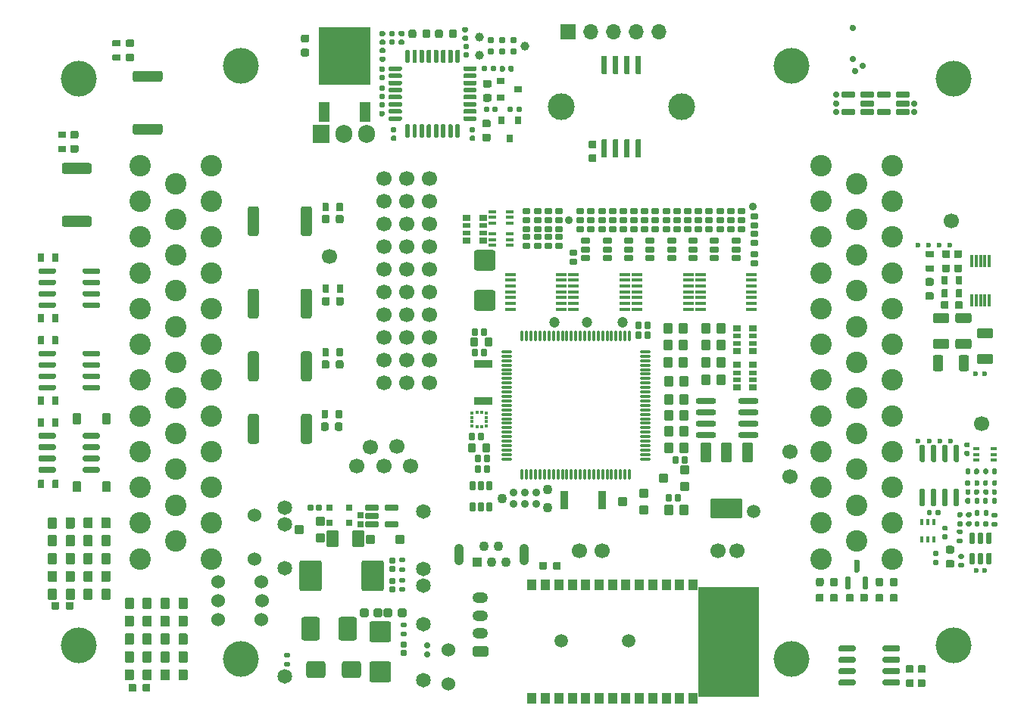
<source format=gts>
G75*
G70*
%OFA0B0*%
%FSLAX25Y25*%
%IPPOS*%
%LPD*%
%AMOC8*
5,1,8,0,0,1.08239X$1,22.5*
%
%AMM108*
21,1,0.027170,0.052760,-0.000000,-0.000000,90.000000*
21,1,0.017320,0.062600,-0.000000,-0.000000,90.000000*
1,1,0.009840,0.026380,0.008660*
1,1,0.009840,0.026380,-0.008660*
1,1,0.009840,-0.026380,-0.008660*
1,1,0.009840,-0.026380,0.008660*
%
%AMM14*
21,1,0.092130,0.073230,0.000000,0.000000,270.000000*
21,1,0.069290,0.096060,0.000000,0.000000,270.000000*
1,1,0.022840,-0.036610,-0.034650*
1,1,0.022840,-0.036610,0.034650*
1,1,0.022840,0.036610,0.034650*
1,1,0.022840,0.036610,-0.034650*
%
%AMM15*
21,1,0.100000,0.111020,0.000000,0.000000,0.000000*
21,1,0.075590,0.135430,0.000000,0.000000,0.000000*
1,1,0.024410,0.037800,-0.055510*
1,1,0.024410,-0.037800,-0.055510*
1,1,0.024410,-0.037800,0.055510*
1,1,0.024410,0.037800,0.055510*
%
%AMM16*
21,1,0.080320,0.083460,0.000000,0.000000,0.000000*
21,1,0.059840,0.103940,0.000000,0.000000,0.000000*
1,1,0.020470,0.029920,-0.041730*
1,1,0.020470,-0.029920,-0.041730*
1,1,0.020470,-0.029920,0.041730*
1,1,0.020470,0.029920,0.041730*
%
%AMM17*
21,1,0.084250,0.053540,0.000000,0.000000,180.000000*
21,1,0.065350,0.072440,0.000000,0.000000,180.000000*
1,1,0.018900,-0.032680,0.026770*
1,1,0.018900,0.032680,0.026770*
1,1,0.018900,0.032680,-0.026770*
1,1,0.018900,-0.032680,-0.026770*
%
%AMM18*
21,1,0.040950,0.030320,0.000000,0.000000,90.000000*
21,1,0.028350,0.042910,0.000000,0.000000,90.000000*
1,1,0.012600,0.015160,0.014170*
1,1,0.012600,0.015160,-0.014170*
1,1,0.012600,-0.015160,-0.014170*
1,1,0.012600,-0.015160,0.014170*
%
%AMM19*
21,1,0.027170,0.052760,0.000000,0.000000,270.000000*
21,1,0.017320,0.062600,0.000000,0.000000,270.000000*
1,1,0.009840,-0.026380,-0.008660*
1,1,0.009840,-0.026380,0.008660*
1,1,0.009840,0.026380,0.008660*
1,1,0.009840,0.026380,-0.008660*
%
%AMM191*
21,1,0.029530,0.026380,-0.000000,-0.000000,90.000000*
21,1,0.020470,0.035430,-0.000000,-0.000000,90.000000*
1,1,0.009060,0.013190,0.010240*
1,1,0.009060,0.013190,-0.010240*
1,1,0.009060,-0.013190,-0.010240*
1,1,0.009060,-0.013190,0.010240*
%
%AMM192*
21,1,0.021650,0.027950,-0.000000,-0.000000,90.000000*
21,1,0.014170,0.035430,-0.000000,-0.000000,90.000000*
1,1,0.007480,0.013980,0.007090*
1,1,0.007480,0.013980,-0.007090*
1,1,0.007480,-0.013980,-0.007090*
1,1,0.007480,-0.013980,0.007090*
%
%AMM193*
21,1,0.016540,0.028980,-0.000000,-0.000000,270.000000*
21,1,0.010080,0.035430,-0.000000,-0.000000,270.000000*
1,1,0.006460,-0.014490,-0.005040*
1,1,0.006460,-0.014490,0.005040*
1,1,0.006460,0.014490,0.005040*
1,1,0.006460,0.014490,-0.005040*
%
%AMM194*
21,1,0.027560,0.030710,-0.000000,-0.000000,0.000000*
21,1,0.018900,0.039370,-0.000000,-0.000000,0.000000*
1,1,0.008660,0.009450,-0.015350*
1,1,0.008660,-0.009450,-0.015350*
1,1,0.008660,-0.009450,0.015350*
1,1,0.008660,0.009450,0.015350*
%
%AMM195*
21,1,0.031500,0.018900,-0.000000,-0.000000,270.000000*
21,1,0.022840,0.027560,-0.000000,-0.000000,270.000000*
1,1,0.008660,-0.009450,-0.011420*
1,1,0.008660,-0.009450,0.011420*
1,1,0.008660,0.009450,0.011420*
1,1,0.008660,0.009450,-0.011420*
%
%AMM196*
21,1,0.035430,0.072440,-0.000000,-0.000000,270.000000*
21,1,0.025200,0.082680,-0.000000,-0.000000,270.000000*
1,1,0.010240,-0.036220,-0.012600*
1,1,0.010240,-0.036220,0.012600*
1,1,0.010240,0.036220,0.012600*
1,1,0.010240,0.036220,-0.012600*
%
%AMM197*
21,1,0.031500,0.018900,-0.000000,-0.000000,0.000000*
21,1,0.022840,0.027560,-0.000000,-0.000000,0.000000*
1,1,0.008660,0.011420,-0.009450*
1,1,0.008660,-0.011420,-0.009450*
1,1,0.008660,-0.011420,0.009450*
1,1,0.008660,0.011420,0.009450*
%
%AMM198*
21,1,0.027560,0.030710,-0.000000,-0.000000,90.000000*
21,1,0.018900,0.039370,-0.000000,-0.000000,90.000000*
1,1,0.008660,0.015350,0.009450*
1,1,0.008660,0.015350,-0.009450*
1,1,0.008660,-0.015350,-0.009450*
1,1,0.008660,-0.015350,0.009450*
%
%AMM199*
21,1,0.039370,0.030320,-0.000000,-0.000000,90.000000*
21,1,0.028350,0.041340,-0.000000,-0.000000,90.000000*
1,1,0.011020,0.015160,0.014170*
1,1,0.011020,0.015160,-0.014170*
1,1,0.011020,-0.015160,-0.014170*
1,1,0.011020,-0.015160,0.014170*
%
%AMM20*
21,1,0.041340,0.026770,0.000000,0.000000,0.000000*
21,1,0.029130,0.038980,0.000000,0.000000,0.000000*
1,1,0.012210,0.014570,-0.013390*
1,1,0.012210,-0.014570,-0.013390*
1,1,0.012210,-0.014570,0.013390*
1,1,0.012210,0.014570,0.013390*
%
%AMM200*
21,1,0.047240,0.075980,-0.000000,-0.000000,180.000000*
21,1,0.034650,0.088580,-0.000000,-0.000000,180.000000*
1,1,0.012600,-0.017320,0.037990*
1,1,0.012600,0.017320,0.037990*
1,1,0.012600,0.017320,-0.037990*
1,1,0.012600,-0.017320,-0.037990*
%
%AMM201*
21,1,0.043310,0.035430,-0.000000,-0.000000,180.000000*
21,1,0.031500,0.047240,-0.000000,-0.000000,180.000000*
1,1,0.011810,-0.015750,0.017720*
1,1,0.011810,0.015750,0.017720*
1,1,0.011810,0.015750,-0.017720*
1,1,0.011810,-0.015750,-0.017720*
%
%AMM202*
21,1,0.031500,0.030710,-0.000000,-0.000000,180.000000*
21,1,0.022050,0.040160,-0.000000,-0.000000,180.000000*
1,1,0.009450,-0.011020,0.015350*
1,1,0.009450,0.011020,0.015350*
1,1,0.009450,0.011020,-0.015350*
1,1,0.009450,-0.011020,-0.015350*
%
%AMM203*
21,1,0.035430,0.072440,-0.000000,-0.000000,180.000000*
21,1,0.025200,0.082680,-0.000000,-0.000000,180.000000*
1,1,0.010240,-0.012600,0.036220*
1,1,0.010240,0.012600,0.036220*
1,1,0.010240,0.012600,-0.036220*
1,1,0.010240,-0.012600,-0.036220*
%
%AMM204*
21,1,0.141730,0.067720,-0.000000,-0.000000,180.000000*
21,1,0.120870,0.088580,-0.000000,-0.000000,180.000000*
1,1,0.020870,-0.060430,0.033860*
1,1,0.020870,0.060430,0.033860*
1,1,0.020870,0.060430,-0.033860*
1,1,0.020870,-0.060430,-0.033860*
%
%AMM205*
21,1,0.047240,0.075990,-0.000000,-0.000000,180.000000*
21,1,0.034650,0.088580,-0.000000,-0.000000,180.000000*
1,1,0.012600,-0.017320,0.037990*
1,1,0.012600,0.017320,0.037990*
1,1,0.012600,0.017320,-0.037990*
1,1,0.012600,-0.017320,-0.037990*
%
%AMM206*
21,1,0.090550,0.073230,-0.000000,-0.000000,270.000000*
21,1,0.069290,0.094490,-0.000000,-0.000000,270.000000*
1,1,0.021260,-0.036610,-0.034650*
1,1,0.021260,-0.036610,0.034650*
1,1,0.021260,0.036610,0.034650*
1,1,0.021260,0.036610,-0.034650*
%
%AMM21*
21,1,0.076380,0.036220,0.000000,0.000000,90.000000*
21,1,0.061810,0.050790,0.000000,0.000000,90.000000*
1,1,0.014570,0.018110,0.030910*
1,1,0.014570,0.018110,-0.030910*
1,1,0.014570,-0.018110,-0.030910*
1,1,0.014570,-0.018110,0.030910*
%
%AMM22*
21,1,0.038980,0.026770,0.000000,0.000000,0.000000*
21,1,0.026770,0.038980,0.000000,0.000000,0.000000*
1,1,0.012210,0.013390,-0.013390*
1,1,0.012210,-0.013390,-0.013390*
1,1,0.012210,-0.013390,0.013390*
1,1,0.012210,0.013390,0.013390*
%
%AMM23*
21,1,0.021260,0.016540,0.000000,0.000000,270.000000*
21,1,0.012600,0.025200,0.000000,0.000000,270.000000*
1,1,0.008660,-0.008270,-0.006300*
1,1,0.008660,-0.008270,0.006300*
1,1,0.008660,0.008270,0.006300*
1,1,0.008660,0.008270,-0.006300*
%
%AMM24*
21,1,0.029130,0.018900,0.000000,0.000000,90.000000*
21,1,0.018900,0.029130,0.000000,0.000000,90.000000*
1,1,0.010240,0.009450,0.009450*
1,1,0.010240,0.009450,-0.009450*
1,1,0.010240,-0.009450,-0.009450*
1,1,0.010240,-0.009450,0.009450*
%
%AMM25*
21,1,0.025200,0.019680,0.000000,0.000000,0.000000*
21,1,0.015750,0.029130,0.000000,0.000000,0.000000*
1,1,0.009450,0.007870,-0.009840*
1,1,0.009450,-0.007870,-0.009840*
1,1,0.009450,-0.007870,0.009840*
1,1,0.009450,0.007870,0.009840*
%
%AMM26*
21,1,0.025200,0.019680,0.000000,0.000000,270.000000*
21,1,0.015750,0.029130,0.000000,0.000000,270.000000*
1,1,0.009450,-0.009840,-0.007870*
1,1,0.009450,-0.009840,0.007870*
1,1,0.009450,0.009840,0.007870*
1,1,0.009450,0.009840,-0.007870*
%
%ADD10C,0.06693*%
%ADD108M14*%
%ADD109M15*%
%ADD11C,0.02756*%
%ADD110M16*%
%ADD111M17*%
%ADD112M18*%
%ADD113M19*%
%ADD114M20*%
%ADD115M21*%
%ADD116M22*%
%ADD117M23*%
%ADD118M24*%
%ADD119M25*%
%ADD12C,0.11811*%
%ADD120M26*%
%ADD121C,0.02913*%
%ADD122C,0.06457*%
%ADD144R,0.02559X0.01575*%
%ADD145R,0.01575X0.02559*%
%ADD148R,0.03543X0.03150*%
%ADD149R,0.04724X0.08661*%
%ADD150C,0.05118*%
%ADD151R,0.22835X0.25197*%
%ADD152R,0.03150X0.03543*%
%ADD153C,0.03100*%
%ADD154R,0.07500X0.07874*%
%ADD155O,0.07500X0.07874*%
%ADD156C,0.03900*%
%ADD188O,0.05118X0.01260*%
%ADD189O,0.01260X0.05118*%
%ADD190O,0.04724X0.01575*%
%ADD191C,0.03494*%
%ADD194R,0.01772X0.01378*%
%ADD195R,0.01378X0.01772*%
%ADD20C,0.05906*%
%ADD200O,0.09055X0.02756*%
%ADD207C,0.03543*%
%ADD209C,0.04294*%
%ADD21C,0.02362*%
%ADD267M108*%
%ADD276R,0.01181X0.05512*%
%ADD36R,0.04331X0.04331*%
%ADD37C,0.04331*%
%ADD38O,0.04331X0.09449*%
%ADD387M191*%
%ADD388M192*%
%ADD389M193*%
%ADD390M194*%
%ADD391M195*%
%ADD392M196*%
%ADD393M197*%
%ADD394M198*%
%ADD395M199*%
%ADD396M200*%
%ADD397M201*%
%ADD398M202*%
%ADD399M203*%
%ADD400M204*%
%ADD401M205*%
%ADD402M206*%
%ADD41C,0.09449*%
%ADD42C,0.15748*%
%ADD55R,0.03937X0.05118*%
%ADD56R,0.06693X0.06693*%
%ADD57O,0.06693X0.06693*%
%ADD58O,0.06890X0.04724*%
%ADD59C,0.06000*%
%ADD65C,0.04724*%
%ADD67C,0.00472*%
X0000000Y0000000D02*
%LPD*%
G01*
D67*
X0320669Y0052500D02*
X0294291Y0052500D01*
X0294291Y0004468D01*
X0320669Y0004468D01*
X0320669Y0052500D01*
G36*
X0320669Y0052500D02*
G01*
X0294291Y0052500D01*
X0294291Y0004468D01*
X0320669Y0004468D01*
X0320669Y0052500D01*
G37*
G36*
G01*
X0035650Y0051240D02*
X0035650Y0047106D01*
G75*
G02*
X0035256Y0046712I-000394J0000000D01*
G01*
X0032106Y0046712D01*
G75*
G02*
X0031713Y0047106I0000000J0000394D01*
G01*
X0031713Y0051240D01*
G75*
G02*
X0032106Y0051633I0000394J0000000D01*
G01*
X0035256Y0051633D01*
G75*
G02*
X0035650Y0051240I0000000J-000394D01*
G01*
G37*
G36*
G01*
X0027776Y0051240D02*
X0027776Y0047106D01*
G75*
G02*
X0027382Y0046712I-000394J0000000D01*
G01*
X0024232Y0046712D01*
G75*
G02*
X0023839Y0047106I0000000J0000394D01*
G01*
X0023839Y0051240D01*
G75*
G02*
X0024232Y0051633I0000394J0000000D01*
G01*
X0027382Y0051633D01*
G75*
G02*
X0027776Y0051240I0000000J-000394D01*
G01*
G37*
D12*
X0233878Y0264035D03*
G36*
G01*
X0360925Y0051299D02*
X0359744Y0051299D01*
G75*
G02*
X0359154Y0051889I0000000J0000591D01*
G01*
X0359154Y0056515D01*
G75*
G02*
X0359744Y0057106I0000591J0000000D01*
G01*
X0360925Y0057106D01*
G75*
G02*
X0361516Y0056515I0000000J-000591D01*
G01*
X0361516Y0051889D01*
G75*
G02*
X0360925Y0051299I-000591J0000000D01*
G01*
G37*
G36*
G01*
X0368406Y0051299D02*
X0367224Y0051299D01*
G75*
G02*
X0366634Y0051889I0000000J0000591D01*
G01*
X0366634Y0056515D01*
G75*
G02*
X0367224Y0057106I0000591J0000000D01*
G01*
X0368406Y0057106D01*
G75*
G02*
X0368996Y0056515I0000000J-000591D01*
G01*
X0368996Y0051889D01*
G75*
G02*
X0368406Y0051299I-000591J0000000D01*
G01*
G37*
G36*
G01*
X0364665Y0058681D02*
X0363484Y0058681D01*
G75*
G02*
X0362894Y0059271I0000000J0000591D01*
G01*
X0362894Y0063897D01*
G75*
G02*
X0363484Y0064488I0000591J0000000D01*
G01*
X0364665Y0064488D01*
G75*
G02*
X0365256Y0063897I0000000J-000591D01*
G01*
X0365256Y0059271D01*
G75*
G02*
X0364665Y0058681I-000591J0000000D01*
G01*
G37*
G36*
G01*
X0003898Y0118445D02*
X0003898Y0119626D01*
G75*
G02*
X0004488Y0120216I0000591J0000000D01*
G01*
X0010984Y0120216D01*
G75*
G02*
X0011575Y0119626I0000000J-000591D01*
G01*
X0011575Y0118445D01*
G75*
G02*
X0010984Y0117854I-000591J0000000D01*
G01*
X0004488Y0117854D01*
G75*
G02*
X0003898Y0118445I0000000J0000591D01*
G01*
G37*
G36*
G01*
X0003898Y0113445D02*
X0003898Y0114626D01*
G75*
G02*
X0004488Y0115216I0000591J0000000D01*
G01*
X0010984Y0115216D01*
G75*
G02*
X0011575Y0114626I0000000J-000591D01*
G01*
X0011575Y0113445D01*
G75*
G02*
X0010984Y0112854I-000591J0000000D01*
G01*
X0004488Y0112854D01*
G75*
G02*
X0003898Y0113445I0000000J0000591D01*
G01*
G37*
G36*
G01*
X0003898Y0108445D02*
X0003898Y0109626D01*
G75*
G02*
X0004488Y0110216I0000591J0000000D01*
G01*
X0010984Y0110216D01*
G75*
G02*
X0011575Y0109626I0000000J-000591D01*
G01*
X0011575Y0108445D01*
G75*
G02*
X0010984Y0107854I-000591J0000000D01*
G01*
X0004488Y0107854D01*
G75*
G02*
X0003898Y0108445I0000000J0000591D01*
G01*
G37*
G36*
G01*
X0003898Y0103445D02*
X0003898Y0104626D01*
G75*
G02*
X0004488Y0105216I0000591J0000000D01*
G01*
X0010984Y0105216D01*
G75*
G02*
X0011575Y0104626I0000000J-000591D01*
G01*
X0011575Y0103445D01*
G75*
G02*
X0010984Y0102854I-000591J0000000D01*
G01*
X0004488Y0102854D01*
G75*
G02*
X0003898Y0103445I0000000J0000591D01*
G01*
G37*
G36*
G01*
X0023386Y0103445D02*
X0023386Y0104626D01*
G75*
G02*
X0023976Y0105216I0000591J0000000D01*
G01*
X0030472Y0105216D01*
G75*
G02*
X0031063Y0104626I0000000J-000591D01*
G01*
X0031063Y0103445D01*
G75*
G02*
X0030472Y0102854I-000591J0000000D01*
G01*
X0023976Y0102854D01*
G75*
G02*
X0023386Y0103445I0000000J0000591D01*
G01*
G37*
G36*
G01*
X0023386Y0108445D02*
X0023386Y0109626D01*
G75*
G02*
X0023976Y0110216I0000591J0000000D01*
G01*
X0030472Y0110216D01*
G75*
G02*
X0031063Y0109626I0000000J-000591D01*
G01*
X0031063Y0108445D01*
G75*
G02*
X0030472Y0107854I-000591J0000000D01*
G01*
X0023976Y0107854D01*
G75*
G02*
X0023386Y0108445I0000000J0000591D01*
G01*
G37*
G36*
G01*
X0023386Y0113445D02*
X0023386Y0114626D01*
G75*
G02*
X0023976Y0115216I0000591J0000000D01*
G01*
X0030472Y0115216D01*
G75*
G02*
X0031063Y0114626I0000000J-000591D01*
G01*
X0031063Y0113445D01*
G75*
G02*
X0030472Y0112854I-000591J0000000D01*
G01*
X0023976Y0112854D01*
G75*
G02*
X0023386Y0113445I0000000J0000591D01*
G01*
G37*
G36*
G01*
X0023386Y0118445D02*
X0023386Y0119626D01*
G75*
G02*
X0023976Y0120216I0000591J0000000D01*
G01*
X0030472Y0120216D01*
G75*
G02*
X0031063Y0119626I0000000J-000591D01*
G01*
X0031063Y0118445D01*
G75*
G02*
X0030472Y0117854I-000591J0000000D01*
G01*
X0023976Y0117854D01*
G75*
G02*
X0023386Y0118445I0000000J0000591D01*
G01*
G37*
D10*
X0132146Y0197893D03*
G36*
G01*
X0035650Y0066988D02*
X0035650Y0062854D01*
G75*
G02*
X0035256Y0062460I-000394J0000000D01*
G01*
X0032106Y0062460D01*
G75*
G02*
X0031713Y0062854I0000000J0000394D01*
G01*
X0031713Y0066988D01*
G75*
G02*
X0032106Y0067382I0000394J0000000D01*
G01*
X0035256Y0067382D01*
G75*
G02*
X0035650Y0066988I0000000J-000394D01*
G01*
G37*
G36*
G01*
X0027776Y0066988D02*
X0027776Y0062854D01*
G75*
G02*
X0027382Y0062460I-000394J0000000D01*
G01*
X0024232Y0062460D01*
G75*
G02*
X0023839Y0062854I0000000J0000394D01*
G01*
X0023839Y0066988D01*
G75*
G02*
X0024232Y0067382I0000394J0000000D01*
G01*
X0027382Y0067382D01*
G75*
G02*
X0027776Y0066988I0000000J-000394D01*
G01*
G37*
G36*
G01*
X0246516Y0249133D02*
X0249193Y0249133D01*
G75*
G02*
X0249528Y0248799I0000000J-000335D01*
G01*
X0249528Y0246122D01*
G75*
G02*
X0249193Y0245787I-000335J0000000D01*
G01*
X0246516Y0245787D01*
G75*
G02*
X0246181Y0246122I0000000J0000335D01*
G01*
X0246181Y0248799D01*
G75*
G02*
X0246516Y0249133I0000335J0000000D01*
G01*
G37*
G36*
G01*
X0246516Y0242913D02*
X0249193Y0242913D01*
G75*
G02*
X0249528Y0242578I0000000J-000335D01*
G01*
X0249528Y0239901D01*
G75*
G02*
X0249193Y0239567I-000335J0000000D01*
G01*
X0246516Y0239567D01*
G75*
G02*
X0246181Y0239901I0000000J0000335D01*
G01*
X0246181Y0242578D01*
G75*
G02*
X0246516Y0242913I0000335J0000000D01*
G01*
G37*
G36*
G01*
X0137933Y0221279D02*
X0137933Y0218208D01*
G75*
G02*
X0137657Y0217933I-000276J0000000D01*
G01*
X0135453Y0217933D01*
G75*
G02*
X0135177Y0218208I0000000J0000276D01*
G01*
X0135177Y0221279D01*
G75*
G02*
X0135453Y0221555I0000276J0000000D01*
G01*
X0137657Y0221555D01*
G75*
G02*
X0137933Y0221279I0000000J-000276D01*
G01*
G37*
G36*
G01*
X0131634Y0221279D02*
X0131634Y0218208D01*
G75*
G02*
X0131358Y0217933I-000276J0000000D01*
G01*
X0129154Y0217933D01*
G75*
G02*
X0128878Y0218208I0000000J0000276D01*
G01*
X0128878Y0221279D01*
G75*
G02*
X0129154Y0221555I0000276J0000000D01*
G01*
X0131358Y0221555D01*
G75*
G02*
X0131634Y0221279I0000000J-000276D01*
G01*
G37*
G36*
G01*
X0041988Y0043130D02*
X0041988Y0047263D01*
G75*
G02*
X0042382Y0047657I0000394J0000000D01*
G01*
X0045531Y0047657D01*
G75*
G02*
X0045925Y0047263I0000000J-000394D01*
G01*
X0045925Y0043130D01*
G75*
G02*
X0045531Y0042736I-000394J0000000D01*
G01*
X0042382Y0042736D01*
G75*
G02*
X0041988Y0043130I0000000J0000394D01*
G01*
G37*
G36*
G01*
X0049862Y0043130D02*
X0049862Y0047263D01*
G75*
G02*
X0050256Y0047657I0000394J0000000D01*
G01*
X0053406Y0047657D01*
G75*
G02*
X0053799Y0047263I0000000J-000394D01*
G01*
X0053799Y0043130D01*
G75*
G02*
X0053406Y0042736I-000394J0000000D01*
G01*
X0050256Y0042736D01*
G75*
G02*
X0049862Y0043130I0000000J0000394D01*
G01*
G37*
G36*
G01*
X0003957Y0154724D02*
X0003957Y0155905D01*
G75*
G02*
X0004547Y0156496I0000591J0000000D01*
G01*
X0011043Y0156496D01*
G75*
G02*
X0011634Y0155905I0000000J-000591D01*
G01*
X0011634Y0154724D01*
G75*
G02*
X0011043Y0154133I-000591J0000000D01*
G01*
X0004547Y0154133D01*
G75*
G02*
X0003957Y0154724I0000000J0000591D01*
G01*
G37*
G36*
G01*
X0003957Y0149724D02*
X0003957Y0150905D01*
G75*
G02*
X0004547Y0151496I0000591J0000000D01*
G01*
X0011043Y0151496D01*
G75*
G02*
X0011634Y0150905I0000000J-000591D01*
G01*
X0011634Y0149724D01*
G75*
G02*
X0011043Y0149133I-000591J0000000D01*
G01*
X0004547Y0149133D01*
G75*
G02*
X0003957Y0149724I0000000J0000591D01*
G01*
G37*
G36*
G01*
X0003957Y0144724D02*
X0003957Y0145905D01*
G75*
G02*
X0004547Y0146496I0000591J0000000D01*
G01*
X0011043Y0146496D01*
G75*
G02*
X0011634Y0145905I0000000J-000591D01*
G01*
X0011634Y0144724D01*
G75*
G02*
X0011043Y0144133I-000591J0000000D01*
G01*
X0004547Y0144133D01*
G75*
G02*
X0003957Y0144724I0000000J0000591D01*
G01*
G37*
G36*
G01*
X0003957Y0139724D02*
X0003957Y0140905D01*
G75*
G02*
X0004547Y0141496I0000591J0000000D01*
G01*
X0011043Y0141496D01*
G75*
G02*
X0011634Y0140905I0000000J-000591D01*
G01*
X0011634Y0139724D01*
G75*
G02*
X0011043Y0139133I-000591J0000000D01*
G01*
X0004547Y0139133D01*
G75*
G02*
X0003957Y0139724I0000000J0000591D01*
G01*
G37*
G36*
G01*
X0023445Y0139724D02*
X0023445Y0140905D01*
G75*
G02*
X0024035Y0141496I0000591J0000000D01*
G01*
X0030531Y0141496D01*
G75*
G02*
X0031122Y0140905I0000000J-000591D01*
G01*
X0031122Y0139724D01*
G75*
G02*
X0030531Y0139133I-000591J0000000D01*
G01*
X0024035Y0139133D01*
G75*
G02*
X0023445Y0139724I0000000J0000591D01*
G01*
G37*
G36*
G01*
X0023445Y0144724D02*
X0023445Y0145905D01*
G75*
G02*
X0024035Y0146496I0000591J0000000D01*
G01*
X0030531Y0146496D01*
G75*
G02*
X0031122Y0145905I0000000J-000591D01*
G01*
X0031122Y0144724D01*
G75*
G02*
X0030531Y0144133I-000591J0000000D01*
G01*
X0024035Y0144133D01*
G75*
G02*
X0023445Y0144724I0000000J0000591D01*
G01*
G37*
G36*
G01*
X0023445Y0149724D02*
X0023445Y0150905D01*
G75*
G02*
X0024035Y0151496I0000591J0000000D01*
G01*
X0030531Y0151496D01*
G75*
G02*
X0031122Y0150905I0000000J-000591D01*
G01*
X0031122Y0149724D01*
G75*
G02*
X0030531Y0149133I-000591J0000000D01*
G01*
X0024035Y0149133D01*
G75*
G02*
X0023445Y0149724I0000000J0000591D01*
G01*
G37*
G36*
G01*
X0023445Y0154724D02*
X0023445Y0155905D01*
G75*
G02*
X0024035Y0156496I0000591J0000000D01*
G01*
X0030531Y0156496D01*
G75*
G02*
X0031122Y0155905I0000000J-000591D01*
G01*
X0031122Y0154724D01*
G75*
G02*
X0030531Y0154133I-000591J0000000D01*
G01*
X0024035Y0154133D01*
G75*
G02*
X0023445Y0154724I0000000J0000591D01*
G01*
G37*
G36*
G01*
X0138091Y0185452D02*
X0138091Y0182382D01*
G75*
G02*
X0137815Y0182106I-000276J0000000D01*
G01*
X0135610Y0182106D01*
G75*
G02*
X0135335Y0182382I0000000J0000276D01*
G01*
X0135335Y0185452D01*
G75*
G02*
X0135610Y0185728I0000276J0000000D01*
G01*
X0137815Y0185728D01*
G75*
G02*
X0138091Y0185452I0000000J-000276D01*
G01*
G37*
G36*
G01*
X0131791Y0185452D02*
X0131791Y0182382D01*
G75*
G02*
X0131516Y0182106I-000276J0000000D01*
G01*
X0129311Y0182106D01*
G75*
G02*
X0129035Y0182382I0000000J0000276D01*
G01*
X0129035Y0185452D01*
G75*
G02*
X0129311Y0185728I0000276J0000000D01*
G01*
X0131516Y0185728D01*
G75*
G02*
X0131791Y0185452I0000000J-000276D01*
G01*
G37*
G36*
G01*
X0041988Y0027382D02*
X0041988Y0031515D01*
G75*
G02*
X0042382Y0031909I0000394J0000000D01*
G01*
X0045531Y0031909D01*
G75*
G02*
X0045925Y0031515I0000000J-000394D01*
G01*
X0045925Y0027382D01*
G75*
G02*
X0045531Y0026988I-000394J0000000D01*
G01*
X0042382Y0026988D01*
G75*
G02*
X0041988Y0027382I0000000J0000394D01*
G01*
G37*
G36*
G01*
X0049862Y0027382D02*
X0049862Y0031515D01*
G75*
G02*
X0050256Y0031909I0000394J0000000D01*
G01*
X0053406Y0031909D01*
G75*
G02*
X0053799Y0031515I0000000J-000394D01*
G01*
X0053799Y0027382D01*
G75*
G02*
X0053406Y0026988I-000394J0000000D01*
G01*
X0050256Y0026988D01*
G75*
G02*
X0049862Y0027382I0000000J0000394D01*
G01*
G37*
G36*
G01*
X0003681Y0159586D02*
X0003681Y0162657D01*
G75*
G02*
X0003957Y0162933I0000276J0000000D01*
G01*
X0006161Y0162933D01*
G75*
G02*
X0006437Y0162657I0000000J-000276D01*
G01*
X0006437Y0159586D01*
G75*
G02*
X0006161Y0159311I-000276J0000000D01*
G01*
X0003957Y0159311D01*
G75*
G02*
X0003681Y0159586I0000000J0000276D01*
G01*
G37*
G36*
G01*
X0009980Y0159586D02*
X0009980Y0162657D01*
G75*
G02*
X0010256Y0162933I0000276J0000000D01*
G01*
X0012461Y0162933D01*
G75*
G02*
X0012736Y0162657I0000000J-000276D01*
G01*
X0012736Y0159586D01*
G75*
G02*
X0012461Y0159311I-000276J0000000D01*
G01*
X0010256Y0159311D01*
G75*
G02*
X0009980Y0159586I0000000J0000276D01*
G01*
G37*
X0302894Y0068445D03*
G36*
G01*
X0124291Y0155295D02*
X0124291Y0144074D01*
G75*
G02*
X0123307Y0143090I-000984J0000000D01*
G01*
X0120453Y0143090D01*
G75*
G02*
X0119469Y0144074I0000000J0000984D01*
G01*
X0119469Y0155295D01*
G75*
G02*
X0120453Y0156279I0000984J0000000D01*
G01*
X0123307Y0156279D01*
G75*
G02*
X0124291Y0155295I0000000J-000984D01*
G01*
G37*
G36*
G01*
X0100965Y0155295D02*
X0100965Y0144074D01*
G75*
G02*
X0099980Y0143090I-000984J0000000D01*
G01*
X0097126Y0143090D01*
G75*
G02*
X0096142Y0144074I0000000J0000984D01*
G01*
X0096142Y0155295D01*
G75*
G02*
X0097126Y0156279I0000984J0000000D01*
G01*
X0099980Y0156279D01*
G75*
G02*
X0100965Y0155295I0000000J-000984D01*
G01*
G37*
G36*
G01*
X0382008Y0048917D02*
X0382008Y0046240D01*
G75*
G02*
X0381673Y0045905I-000335J0000000D01*
G01*
X0378996Y0045905D01*
G75*
G02*
X0378661Y0046240I0000000J0000335D01*
G01*
X0378661Y0048917D01*
G75*
G02*
X0378996Y0049252I0000335J0000000D01*
G01*
X0381673Y0049252D01*
G75*
G02*
X0382008Y0048917I0000000J-000335D01*
G01*
G37*
G36*
G01*
X0375787Y0048917D02*
X0375787Y0046240D01*
G75*
G02*
X0375453Y0045905I-000335J0000000D01*
G01*
X0372776Y0045905D01*
G75*
G02*
X0372441Y0046240I0000000J0000335D01*
G01*
X0372441Y0048917D01*
G75*
G02*
X0372776Y0049252I0000335J0000000D01*
G01*
X0375453Y0049252D01*
G75*
G02*
X0375787Y0048917I0000000J-000335D01*
G01*
G37*
X0419114Y0124271D03*
G36*
G01*
X0045241Y0284015D02*
X0043223Y0284015D01*
G75*
G02*
X0042362Y0284877I0000000J0000861D01*
G01*
X0042362Y0286599D01*
G75*
G02*
X0043223Y0287460I0000861J0000000D01*
G01*
X0045241Y0287460D01*
G75*
G02*
X0046102Y0286599I0000000J-000861D01*
G01*
X0046102Y0284877D01*
G75*
G02*
X0045241Y0284015I-000861J0000000D01*
G01*
G37*
G36*
G01*
X0045241Y0290216D02*
X0043223Y0290216D01*
G75*
G02*
X0042362Y0291077I0000000J0000861D01*
G01*
X0042362Y0292800D01*
G75*
G02*
X0043223Y0293661I0000861J0000000D01*
G01*
X0045241Y0293661D01*
G75*
G02*
X0046102Y0292800I0000000J-000861D01*
G01*
X0046102Y0291077D01*
G75*
G02*
X0045241Y0290216I-000861J0000000D01*
G01*
G37*
G36*
G01*
X0233858Y0063149D02*
X0233858Y0060472D01*
G75*
G02*
X0233524Y0060137I-000335J0000000D01*
G01*
X0230846Y0060137D01*
G75*
G02*
X0230512Y0060472I0000000J0000335D01*
G01*
X0230512Y0063149D01*
G75*
G02*
X0230846Y0063484I0000335J0000000D01*
G01*
X0233524Y0063484D01*
G75*
G02*
X0233858Y0063149I0000000J-000335D01*
G01*
G37*
G36*
G01*
X0227638Y0063149D02*
X0227638Y0060472D01*
G75*
G02*
X0227303Y0060137I-000335J0000000D01*
G01*
X0224626Y0060137D01*
G75*
G02*
X0224291Y0060472I0000000J0000335D01*
G01*
X0224291Y0063149D01*
G75*
G02*
X0224626Y0063484I0000335J0000000D01*
G01*
X0227303Y0063484D01*
G75*
G02*
X0227638Y0063149I0000000J-000335D01*
G01*
G37*
G36*
G01*
X0359331Y0046240D02*
X0359331Y0048917D01*
G75*
G02*
X0359665Y0049252I0000335J0000000D01*
G01*
X0362343Y0049252D01*
G75*
G02*
X0362677Y0048917I0000000J-000335D01*
G01*
X0362677Y0046240D01*
G75*
G02*
X0362343Y0045905I-000335J0000000D01*
G01*
X0359665Y0045905D01*
G75*
G02*
X0359331Y0046240I0000000J0000335D01*
G01*
G37*
G36*
G01*
X0365551Y0046240D02*
X0365551Y0048917D01*
G75*
G02*
X0365886Y0049252I0000335J0000000D01*
G01*
X0368563Y0049252D01*
G75*
G02*
X0368898Y0048917I0000000J-000335D01*
G01*
X0368898Y0046240D01*
G75*
G02*
X0368563Y0045905I-000335J0000000D01*
G01*
X0365886Y0045905D01*
G75*
G02*
X0365551Y0046240I0000000J0000335D01*
G01*
G37*
G36*
G01*
X0128583Y0149444D02*
X0128583Y0151461D01*
G75*
G02*
X0129444Y0152322I0000861J0000000D01*
G01*
X0131166Y0152322D01*
G75*
G02*
X0132028Y0151461I0000000J-000861D01*
G01*
X0132028Y0149444D01*
G75*
G02*
X0131166Y0148582I-000861J0000000D01*
G01*
X0129444Y0148582D01*
G75*
G02*
X0128583Y0149444I0000000J0000861D01*
G01*
G37*
G36*
G01*
X0134783Y0149444D02*
X0134783Y0151461D01*
G75*
G02*
X0135645Y0152322I0000861J0000000D01*
G01*
X0137367Y0152322D01*
G75*
G02*
X0138228Y0151461I0000000J-000861D01*
G01*
X0138228Y0149444D01*
G75*
G02*
X0137367Y0148582I-000861J0000000D01*
G01*
X0135645Y0148582D01*
G75*
G02*
X0134783Y0149444I0000000J0000861D01*
G01*
G37*
G36*
G01*
X0041988Y0011633D02*
X0041988Y0015767D01*
G75*
G02*
X0042382Y0016161I0000394J0000000D01*
G01*
X0045531Y0016161D01*
G75*
G02*
X0045925Y0015767I0000000J-000394D01*
G01*
X0045925Y0011633D01*
G75*
G02*
X0045531Y0011240I-000394J0000000D01*
G01*
X0042382Y0011240D01*
G75*
G02*
X0041988Y0011633I0000000J0000394D01*
G01*
G37*
G36*
G01*
X0049862Y0011633D02*
X0049862Y0015767D01*
G75*
G02*
X0050256Y0016161I0000394J0000000D01*
G01*
X0053406Y0016161D01*
G75*
G02*
X0053799Y0015767I0000000J-000394D01*
G01*
X0053799Y0011633D01*
G75*
G02*
X0053406Y0011240I-000394J0000000D01*
G01*
X0050256Y0011240D01*
G75*
G02*
X0049862Y0011633I0000000J0000394D01*
G01*
G37*
G36*
G01*
X0383130Y0010945D02*
X0383130Y0009763D01*
G75*
G02*
X0382539Y0009173I-000591J0000000D01*
G01*
X0376043Y0009173D01*
G75*
G02*
X0375453Y0009763I0000000J0000591D01*
G01*
X0375453Y0010945D01*
G75*
G02*
X0376043Y0011535I0000591J0000000D01*
G01*
X0382539Y0011535D01*
G75*
G02*
X0383130Y0010945I0000000J-000591D01*
G01*
G37*
G36*
G01*
X0383130Y0015945D02*
X0383130Y0014763D01*
G75*
G02*
X0382539Y0014173I-000591J0000000D01*
G01*
X0376043Y0014173D01*
G75*
G02*
X0375453Y0014763I0000000J0000591D01*
G01*
X0375453Y0015945D01*
G75*
G02*
X0376043Y0016535I0000591J0000000D01*
G01*
X0382539Y0016535D01*
G75*
G02*
X0383130Y0015945I0000000J-000591D01*
G01*
G37*
G36*
G01*
X0383130Y0020945D02*
X0383130Y0019763D01*
G75*
G02*
X0382539Y0019173I-000591J0000000D01*
G01*
X0376043Y0019173D01*
G75*
G02*
X0375453Y0019763I0000000J0000591D01*
G01*
X0375453Y0020945D01*
G75*
G02*
X0376043Y0021535I0000591J0000000D01*
G01*
X0382539Y0021535D01*
G75*
G02*
X0383130Y0020945I0000000J-000591D01*
G01*
G37*
G36*
G01*
X0383130Y0025945D02*
X0383130Y0024763D01*
G75*
G02*
X0382539Y0024173I-000591J0000000D01*
G01*
X0376043Y0024173D01*
G75*
G02*
X0375453Y0024763I0000000J0000591D01*
G01*
X0375453Y0025945D01*
G75*
G02*
X0376043Y0026535I0000591J0000000D01*
G01*
X0382539Y0026535D01*
G75*
G02*
X0383130Y0025945I0000000J-000591D01*
G01*
G37*
G36*
G01*
X0363642Y0025945D02*
X0363642Y0024763D01*
G75*
G02*
X0363051Y0024173I-000591J0000000D01*
G01*
X0356555Y0024173D01*
G75*
G02*
X0355965Y0024763I0000000J0000591D01*
G01*
X0355965Y0025945D01*
G75*
G02*
X0356555Y0026535I0000591J0000000D01*
G01*
X0363051Y0026535D01*
G75*
G02*
X0363642Y0025945I0000000J-000591D01*
G01*
G37*
G36*
G01*
X0363642Y0020945D02*
X0363642Y0019763D01*
G75*
G02*
X0363051Y0019173I-000591J0000000D01*
G01*
X0356555Y0019173D01*
G75*
G02*
X0355965Y0019763I0000000J0000591D01*
G01*
X0355965Y0020945D01*
G75*
G02*
X0356555Y0021535I0000591J0000000D01*
G01*
X0363051Y0021535D01*
G75*
G02*
X0363642Y0020945I0000000J-000591D01*
G01*
G37*
G36*
G01*
X0363642Y0015945D02*
X0363642Y0014763D01*
G75*
G02*
X0363051Y0014173I-000591J0000000D01*
G01*
X0356555Y0014173D01*
G75*
G02*
X0355965Y0014763I0000000J0000591D01*
G01*
X0355965Y0015945D01*
G75*
G02*
X0356555Y0016535I0000591J0000000D01*
G01*
X0363051Y0016535D01*
G75*
G02*
X0363642Y0015945I0000000J-000591D01*
G01*
G37*
G36*
G01*
X0363642Y0010945D02*
X0363642Y0009763D01*
G75*
G02*
X0363051Y0009173I-000591J0000000D01*
G01*
X0356555Y0009173D01*
G75*
G02*
X0355965Y0009763I0000000J0000591D01*
G01*
X0355965Y0010945D01*
G75*
G02*
X0356555Y0011535I0000591J0000000D01*
G01*
X0363051Y0011535D01*
G75*
G02*
X0363642Y0010945I0000000J-000591D01*
G01*
G37*
D20*
X0173386Y0085630D03*
X0173386Y0060433D03*
X0173386Y0052952D03*
X0173386Y0036023D03*
D21*
X0175157Y0026574D03*
X0175157Y0022637D03*
D20*
X0173386Y0011417D03*
X0112362Y0087401D03*
X0112362Y0080118D03*
X0112362Y0060630D03*
X0112362Y0013189D03*
G36*
G01*
X0069547Y0039389D02*
X0069547Y0035256D01*
G75*
G02*
X0069154Y0034862I-000394J0000000D01*
G01*
X0066004Y0034862D01*
G75*
G02*
X0065610Y0035256I0000000J0000394D01*
G01*
X0065610Y0039389D01*
G75*
G02*
X0066004Y0039783I0000394J0000000D01*
G01*
X0069154Y0039783D01*
G75*
G02*
X0069547Y0039389I0000000J-000394D01*
G01*
G37*
G36*
G01*
X0061673Y0039389D02*
X0061673Y0035256D01*
G75*
G02*
X0061280Y0034862I-000394J0000000D01*
G01*
X0058130Y0034862D01*
G75*
G02*
X0057736Y0035256I0000000J0000394D01*
G01*
X0057736Y0039389D01*
G75*
G02*
X0058130Y0039783I0000394J0000000D01*
G01*
X0061280Y0039783D01*
G75*
G02*
X0061673Y0039389I0000000J-000394D01*
G01*
G37*
D10*
X0155886Y0105807D03*
G36*
G01*
X0393917Y0008307D02*
X0391240Y0008307D01*
G75*
G02*
X0390906Y0008641I0000000J0000335D01*
G01*
X0390906Y0011319D01*
G75*
G02*
X0391240Y0011653I0000335J0000000D01*
G01*
X0393917Y0011653D01*
G75*
G02*
X0394252Y0011319I0000000J-000335D01*
G01*
X0394252Y0008641D01*
G75*
G02*
X0393917Y0008307I-000335J0000000D01*
G01*
G37*
G36*
G01*
X0393917Y0014527D02*
X0391240Y0014527D01*
G75*
G02*
X0390906Y0014862I0000000J0000335D01*
G01*
X0390906Y0017539D01*
G75*
G02*
X0391240Y0017874I0000335J0000000D01*
G01*
X0393917Y0017874D01*
G75*
G02*
X0394252Y0017539I0000000J-000335D01*
G01*
X0394252Y0014862D01*
G75*
G02*
X0393917Y0014527I-000335J0000000D01*
G01*
G37*
G36*
G01*
X0137933Y0157342D02*
X0137933Y0154271D01*
G75*
G02*
X0137657Y0153996I-000276J0000000D01*
G01*
X0135453Y0153996D01*
G75*
G02*
X0135177Y0154271I0000000J0000276D01*
G01*
X0135177Y0157342D01*
G75*
G02*
X0135453Y0157618I0000276J0000000D01*
G01*
X0137657Y0157618D01*
G75*
G02*
X0137933Y0157342I0000000J-000276D01*
G01*
G37*
G36*
G01*
X0131634Y0157342D02*
X0131634Y0154271D01*
G75*
G02*
X0131358Y0153996I-000276J0000000D01*
G01*
X0129154Y0153996D01*
G75*
G02*
X0128878Y0154271I0000000J0000276D01*
G01*
X0128878Y0157342D01*
G75*
G02*
X0129154Y0157618I0000276J0000000D01*
G01*
X0131358Y0157618D01*
G75*
G02*
X0131634Y0157342I0000000J-000276D01*
G01*
G37*
G36*
G01*
X0035650Y0074862D02*
X0035650Y0070728D01*
G75*
G02*
X0035256Y0070334I-000394J0000000D01*
G01*
X0032106Y0070334D01*
G75*
G02*
X0031713Y0070728I0000000J0000394D01*
G01*
X0031713Y0074862D01*
G75*
G02*
X0032106Y0075256I0000394J0000000D01*
G01*
X0035256Y0075256D01*
G75*
G02*
X0035650Y0074862I0000000J-000394D01*
G01*
G37*
G36*
G01*
X0027776Y0074862D02*
X0027776Y0070728D01*
G75*
G02*
X0027382Y0070334I-000394J0000000D01*
G01*
X0024232Y0070334D01*
G75*
G02*
X0023839Y0070728I0000000J0000394D01*
G01*
X0023839Y0074862D01*
G75*
G02*
X0024232Y0075256I0000394J0000000D01*
G01*
X0027382Y0075256D01*
G75*
G02*
X0027776Y0074862I0000000J-000394D01*
G01*
G37*
G36*
G01*
X0069547Y0031515D02*
X0069547Y0027382D01*
G75*
G02*
X0069154Y0026988I-000394J0000000D01*
G01*
X0066004Y0026988D01*
G75*
G02*
X0065610Y0027382I0000000J0000394D01*
G01*
X0065610Y0031515D01*
G75*
G02*
X0066004Y0031909I0000394J0000000D01*
G01*
X0069154Y0031909D01*
G75*
G02*
X0069547Y0031515I0000000J-000394D01*
G01*
G37*
G36*
G01*
X0061673Y0031515D02*
X0061673Y0027382D01*
G75*
G02*
X0061280Y0026988I-000394J0000000D01*
G01*
X0058130Y0026988D01*
G75*
G02*
X0057736Y0027382I0000000J0000394D01*
G01*
X0057736Y0031515D01*
G75*
G02*
X0058130Y0031909I0000394J0000000D01*
G01*
X0061280Y0031909D01*
G75*
G02*
X0061673Y0031515I0000000J-000394D01*
G01*
G37*
G36*
G01*
X0043622Y0006614D02*
X0043622Y0009291D01*
G75*
G02*
X0043957Y0009626I0000335J0000000D01*
G01*
X0046634Y0009626D01*
G75*
G02*
X0046969Y0009291I0000000J-000335D01*
G01*
X0046969Y0006614D01*
G75*
G02*
X0046634Y0006279I-000335J0000000D01*
G01*
X0043957Y0006279D01*
G75*
G02*
X0043622Y0006614I0000000J0000335D01*
G01*
G37*
G36*
G01*
X0049843Y0006614D02*
X0049843Y0009291D01*
G75*
G02*
X0050177Y0009626I0000335J0000000D01*
G01*
X0052854Y0009626D01*
G75*
G02*
X0053189Y0009291I0000000J-000335D01*
G01*
X0053189Y0006614D01*
G75*
G02*
X0052854Y0006279I-000335J0000000D01*
G01*
X0050177Y0006279D01*
G75*
G02*
X0049843Y0006614I0000000J0000335D01*
G01*
G37*
X0242146Y0068484D03*
G36*
G01*
X0015217Y0239212D02*
X0026437Y0239212D01*
G75*
G02*
X0027421Y0238228I0000000J-000984D01*
G01*
X0027421Y0235374D01*
G75*
G02*
X0026437Y0234389I-000984J0000000D01*
G01*
X0015217Y0234389D01*
G75*
G02*
X0014232Y0235374I0000000J0000984D01*
G01*
X0014232Y0238228D01*
G75*
G02*
X0015217Y0239212I0000984J0000000D01*
G01*
G37*
G36*
G01*
X0015217Y0215885D02*
X0026437Y0215885D01*
G75*
G02*
X0027421Y0214901I0000000J-000984D01*
G01*
X0027421Y0212047D01*
G75*
G02*
X0026437Y0211063I-000984J0000000D01*
G01*
X0015217Y0211063D01*
G75*
G02*
X0014232Y0212047I0000000J0000984D01*
G01*
X0014232Y0214901D01*
G75*
G02*
X0015217Y0215885I0000984J0000000D01*
G01*
G37*
D21*
X0400610Y0116574D03*
X0405335Y0116574D03*
X0395886Y0116574D03*
X0391161Y0116574D03*
X0416594Y0059783D03*
X0420531Y0059783D03*
G36*
G01*
X0003681Y0123287D02*
X0003681Y0126358D01*
G75*
G02*
X0003957Y0126633I0000276J0000000D01*
G01*
X0006161Y0126633D01*
G75*
G02*
X0006437Y0126358I0000000J-000276D01*
G01*
X0006437Y0123287D01*
G75*
G02*
X0006161Y0123011I-000276J0000000D01*
G01*
X0003957Y0123011D01*
G75*
G02*
X0003681Y0123287I0000000J0000276D01*
G01*
G37*
G36*
G01*
X0009980Y0123287D02*
X0009980Y0126358D01*
G75*
G02*
X0010256Y0126633I0000276J0000000D01*
G01*
X0012461Y0126633D01*
G75*
G02*
X0012736Y0126358I0000000J-000276D01*
G01*
X0012736Y0123287D01*
G75*
G02*
X0012461Y0123011I-000276J0000000D01*
G01*
X0010256Y0123011D01*
G75*
G02*
X0009980Y0123287I0000000J0000276D01*
G01*
G37*
D36*
X0196949Y0063307D03*
D37*
X0200098Y0070196D03*
X0203248Y0063307D03*
X0206398Y0070196D03*
X0209547Y0063307D03*
D38*
X0188878Y0066752D03*
X0217618Y0066752D03*
G36*
G01*
X0019114Y0124508D02*
X0019114Y0128523D01*
G75*
G02*
X0019469Y0128878I0000354J0000000D01*
G01*
X0022303Y0128878D01*
G75*
G02*
X0022657Y0128523I0000000J-000354D01*
G01*
X0022657Y0124508D01*
G75*
G02*
X0022303Y0124153I-000354J0000000D01*
G01*
X0019469Y0124153D01*
G75*
G02*
X0019114Y0124508I0000000J0000354D01*
G01*
G37*
G36*
G01*
X0032106Y0124508D02*
X0032106Y0128523D01*
G75*
G02*
X0032461Y0128878I0000354J0000000D01*
G01*
X0035295Y0128878D01*
G75*
G02*
X0035650Y0128523I0000000J-000354D01*
G01*
X0035650Y0124508D01*
G75*
G02*
X0035295Y0124153I-000354J0000000D01*
G01*
X0032461Y0124153D01*
G75*
G02*
X0032106Y0124508I0000000J0000354D01*
G01*
G37*
D21*
X0355177Y0261791D03*
X0355177Y0265531D03*
X0355177Y0269271D03*
X0389429Y0265334D03*
X0389429Y0261791D03*
G36*
G01*
X0008091Y0054980D02*
X0008091Y0059114D01*
G75*
G02*
X0008484Y0059508I0000394J0000000D01*
G01*
X0011634Y0059508D01*
G75*
G02*
X0012028Y0059114I0000000J-000394D01*
G01*
X0012028Y0054980D01*
G75*
G02*
X0011634Y0054586I-000394J0000000D01*
G01*
X0008484Y0054586D01*
G75*
G02*
X0008091Y0054980I0000000J0000394D01*
G01*
G37*
G36*
G01*
X0015965Y0054980D02*
X0015965Y0059114D01*
G75*
G02*
X0016358Y0059508I0000394J0000000D01*
G01*
X0019508Y0059508D01*
G75*
G02*
X0019902Y0059114I0000000J-000394D01*
G01*
X0019902Y0054980D01*
G75*
G02*
X0019508Y0054586I-000394J0000000D01*
G01*
X0016358Y0054586D01*
G75*
G02*
X0015965Y0054980I0000000J0000394D01*
G01*
G37*
G36*
G01*
X0009724Y0042815D02*
X0009724Y0045492D01*
G75*
G02*
X0010059Y0045826I0000335J0000000D01*
G01*
X0012736Y0045826D01*
G75*
G02*
X0013071Y0045492I0000000J-000335D01*
G01*
X0013071Y0042815D01*
G75*
G02*
X0012736Y0042480I-000335J0000000D01*
G01*
X0010059Y0042480D01*
G75*
G02*
X0009724Y0042815I0000000J0000335D01*
G01*
G37*
G36*
G01*
X0015945Y0042815D02*
X0015945Y0045492D01*
G75*
G02*
X0016280Y0045826I0000335J0000000D01*
G01*
X0018957Y0045826D01*
G75*
G02*
X0019291Y0045492I0000000J-000335D01*
G01*
X0019291Y0042815D01*
G75*
G02*
X0018957Y0042480I-000335J0000000D01*
G01*
X0016280Y0042480D01*
G75*
G02*
X0015945Y0042815I0000000J0000335D01*
G01*
G37*
G36*
G01*
X0128701Y0177278D02*
X0128701Y0179296D01*
G75*
G02*
X0129562Y0180157I0000861J0000000D01*
G01*
X0131284Y0180157D01*
G75*
G02*
X0132146Y0179296I0000000J-000861D01*
G01*
X0132146Y0177278D01*
G75*
G02*
X0131284Y0176417I-000861J0000000D01*
G01*
X0129562Y0176417D01*
G75*
G02*
X0128701Y0177278I0000000J0000861D01*
G01*
G37*
G36*
G01*
X0134902Y0177278D02*
X0134902Y0179296D01*
G75*
G02*
X0135763Y0180157I0000861J0000000D01*
G01*
X0137485Y0180157D01*
G75*
G02*
X0138346Y0179296I0000000J-000861D01*
G01*
X0138346Y0177278D01*
G75*
G02*
X0137485Y0176417I-000861J0000000D01*
G01*
X0135763Y0176417D01*
G75*
G02*
X0134902Y0177278I0000000J0000861D01*
G01*
G37*
G36*
G01*
X0008091Y0078563D02*
X0008091Y0082696D01*
G75*
G02*
X0008484Y0083090I0000394J0000000D01*
G01*
X0011634Y0083090D01*
G75*
G02*
X0012028Y0082696I0000000J-000394D01*
G01*
X0012028Y0078563D01*
G75*
G02*
X0011634Y0078169I-000394J0000000D01*
G01*
X0008484Y0078169D01*
G75*
G02*
X0008091Y0078563I0000000J0000394D01*
G01*
G37*
G36*
G01*
X0015965Y0078563D02*
X0015965Y0082696D01*
G75*
G02*
X0016358Y0083090I0000394J0000000D01*
G01*
X0019508Y0083090D01*
G75*
G02*
X0019902Y0082696I0000000J-000394D01*
G01*
X0019902Y0078563D01*
G75*
G02*
X0019508Y0078169I-000394J0000000D01*
G01*
X0016358Y0078169D01*
G75*
G02*
X0015965Y0078563I0000000J0000394D01*
G01*
G37*
G36*
G01*
X0124232Y0182874D02*
X0124232Y0171653D01*
G75*
G02*
X0123248Y0170669I-000984J0000000D01*
G01*
X0120394Y0170669D01*
G75*
G02*
X0119409Y0171653I0000000J0000984D01*
G01*
X0119409Y0182874D01*
G75*
G02*
X0120394Y0183858I0000984J0000000D01*
G01*
X0123248Y0183858D01*
G75*
G02*
X0124232Y0182874I0000000J-000984D01*
G01*
G37*
G36*
G01*
X0100906Y0182874D02*
X0100906Y0171653D01*
G75*
G02*
X0099921Y0170669I-000984J0000000D01*
G01*
X0097067Y0170669D01*
G75*
G02*
X0096083Y0171653I0000000J0000984D01*
G01*
X0096083Y0182874D01*
G75*
G02*
X0097067Y0183858I0000984J0000000D01*
G01*
X0099921Y0183858D01*
G75*
G02*
X0100906Y0182874I0000000J-000984D01*
G01*
G37*
D10*
X0405650Y0213681D03*
G36*
G01*
X0253952Y0241633D02*
X0251954Y0241633D01*
G75*
G02*
X0251791Y0241796I0000000J0000163D01*
G01*
X0251791Y0249424D01*
G75*
G02*
X0251954Y0249586I0000163J0000000D01*
G01*
X0253952Y0249586D01*
G75*
G02*
X0254114Y0249424I0000000J-000163D01*
G01*
X0254114Y0241796D01*
G75*
G02*
X0253952Y0241633I-000163J0000000D01*
G01*
G37*
G36*
G01*
X0258952Y0241633D02*
X0256954Y0241633D01*
G75*
G02*
X0256791Y0241796I0000000J0000163D01*
G01*
X0256791Y0249424D01*
G75*
G02*
X0256954Y0249586I0000163J0000000D01*
G01*
X0258952Y0249586D01*
G75*
G02*
X0259114Y0249424I0000000J-000163D01*
G01*
X0259114Y0241796D01*
G75*
G02*
X0258952Y0241633I-000163J0000000D01*
G01*
G37*
G36*
G01*
X0263952Y0241633D02*
X0261954Y0241633D01*
G75*
G02*
X0261791Y0241796I0000000J0000163D01*
G01*
X0261791Y0249424D01*
G75*
G02*
X0261954Y0249586I0000163J0000000D01*
G01*
X0263952Y0249586D01*
G75*
G02*
X0264114Y0249424I0000000J-000163D01*
G01*
X0264114Y0241796D01*
G75*
G02*
X0263952Y0241633I-000163J0000000D01*
G01*
G37*
G36*
G01*
X0268952Y0241633D02*
X0266954Y0241633D01*
G75*
G02*
X0266791Y0241796I0000000J0000163D01*
G01*
X0266791Y0249424D01*
G75*
G02*
X0266954Y0249586I0000163J0000000D01*
G01*
X0268952Y0249586D01*
G75*
G02*
X0269114Y0249424I0000000J-000163D01*
G01*
X0269114Y0241796D01*
G75*
G02*
X0268952Y0241633I-000163J0000000D01*
G01*
G37*
G36*
G01*
X0268952Y0278484D02*
X0266954Y0278484D01*
G75*
G02*
X0266791Y0278646I0000000J0000163D01*
G01*
X0266791Y0286274D01*
G75*
G02*
X0266954Y0286437I0000163J0000000D01*
G01*
X0268952Y0286437D01*
G75*
G02*
X0269114Y0286274I0000000J-000163D01*
G01*
X0269114Y0278646D01*
G75*
G02*
X0268952Y0278484I-000163J0000000D01*
G01*
G37*
G36*
G01*
X0263952Y0278484D02*
X0261954Y0278484D01*
G75*
G02*
X0261791Y0278646I0000000J0000163D01*
G01*
X0261791Y0286274D01*
G75*
G02*
X0261954Y0286437I0000163J0000000D01*
G01*
X0263952Y0286437D01*
G75*
G02*
X0264114Y0286274I0000000J-000163D01*
G01*
X0264114Y0278646D01*
G75*
G02*
X0263952Y0278484I-000163J0000000D01*
G01*
G37*
G36*
G01*
X0258952Y0278484D02*
X0256954Y0278484D01*
G75*
G02*
X0256791Y0278646I0000000J0000163D01*
G01*
X0256791Y0286274D01*
G75*
G02*
X0256954Y0286437I0000163J0000000D01*
G01*
X0258952Y0286437D01*
G75*
G02*
X0259114Y0286274I0000000J-000163D01*
G01*
X0259114Y0278646D01*
G75*
G02*
X0258952Y0278484I-000163J0000000D01*
G01*
G37*
G36*
G01*
X0253952Y0278484D02*
X0251954Y0278484D01*
G75*
G02*
X0251791Y0278646I0000000J0000163D01*
G01*
X0251791Y0286274D01*
G75*
G02*
X0251954Y0286437I0000163J0000000D01*
G01*
X0253952Y0286437D01*
G75*
G02*
X0254114Y0286274I0000000J-000163D01*
G01*
X0254114Y0278646D01*
G75*
G02*
X0253952Y0278484I-000163J0000000D01*
G01*
G37*
D41*
X0379823Y0238051D03*
X0379823Y0222303D03*
X0379823Y0206555D03*
X0379823Y0190807D03*
X0379823Y0175059D03*
X0379823Y0159311D03*
X0379823Y0143563D03*
X0379823Y0127815D03*
X0379823Y0112067D03*
X0379823Y0096319D03*
X0379823Y0080570D03*
X0379823Y0064822D03*
X0364075Y0230177D03*
X0364075Y0214429D03*
X0364075Y0198681D03*
X0364075Y0182933D03*
X0364075Y0167185D03*
X0364075Y0151437D03*
X0364075Y0135689D03*
X0364075Y0119941D03*
X0364075Y0104193D03*
X0364075Y0088445D03*
X0364075Y0072696D03*
X0348327Y0238051D03*
X0348327Y0222303D03*
X0348327Y0206555D03*
X0348327Y0190807D03*
X0348327Y0175059D03*
X0348327Y0159311D03*
X0348327Y0143563D03*
X0348327Y0127815D03*
X0348327Y0112067D03*
X0348327Y0096319D03*
X0348327Y0080570D03*
X0348327Y0064822D03*
D11*
X0335335Y0288248D03*
X0339665Y0286476D03*
X0331004Y0286476D03*
X0406594Y0282342D03*
X0341437Y0282145D03*
D42*
X0335335Y0282145D03*
D11*
X0329232Y0282145D03*
X0410925Y0280570D03*
X0402264Y0280570D03*
X0339665Y0277815D03*
X0331004Y0277815D03*
X0412697Y0276240D03*
D42*
X0406594Y0276240D03*
D11*
X0400492Y0276240D03*
X0335335Y0276043D03*
X0410925Y0271909D03*
X0402264Y0271909D03*
X0406594Y0270137D03*
X0406594Y0032736D03*
X0410925Y0030964D03*
X0402264Y0030964D03*
X0335335Y0026830D03*
X0412697Y0026633D03*
D42*
X0406594Y0026633D03*
D11*
X0400492Y0026633D03*
X0339665Y0025059D03*
X0331004Y0025059D03*
X0410925Y0022303D03*
X0402264Y0022303D03*
X0341437Y0020728D03*
D42*
X0335335Y0020728D03*
D11*
X0329232Y0020728D03*
X0406594Y0020531D03*
X0339665Y0016397D03*
X0331004Y0016397D03*
X0335335Y0014626D03*
G36*
G01*
X0035650Y0059114D02*
X0035650Y0054980D01*
G75*
G02*
X0035256Y0054586I-000394J0000000D01*
G01*
X0032106Y0054586D01*
G75*
G02*
X0031713Y0054980I0000000J0000394D01*
G01*
X0031713Y0059114D01*
G75*
G02*
X0032106Y0059508I0000394J0000000D01*
G01*
X0035256Y0059508D01*
G75*
G02*
X0035650Y0059114I0000000J-000394D01*
G01*
G37*
G36*
G01*
X0027776Y0059114D02*
X0027776Y0054980D01*
G75*
G02*
X0027382Y0054586I-000394J0000000D01*
G01*
X0024232Y0054586D01*
G75*
G02*
X0023839Y0054980I0000000J0000394D01*
G01*
X0023839Y0059114D01*
G75*
G02*
X0024232Y0059508I0000394J0000000D01*
G01*
X0027382Y0059508D01*
G75*
G02*
X0027776Y0059114I0000000J-000394D01*
G01*
G37*
G36*
G01*
X0388819Y0008307D02*
X0386142Y0008307D01*
G75*
G02*
X0385807Y0008641I0000000J0000335D01*
G01*
X0385807Y0011319D01*
G75*
G02*
X0386142Y0011653I0000335J0000000D01*
G01*
X0388819Y0011653D01*
G75*
G02*
X0389154Y0011319I0000000J-000335D01*
G01*
X0389154Y0008641D01*
G75*
G02*
X0388819Y0008307I-000335J0000000D01*
G01*
G37*
G36*
G01*
X0388819Y0014527D02*
X0386142Y0014527D01*
G75*
G02*
X0385807Y0014862I0000000J0000335D01*
G01*
X0385807Y0017539D01*
G75*
G02*
X0386142Y0017874I0000335J0000000D01*
G01*
X0388819Y0017874D01*
G75*
G02*
X0389154Y0017539I0000000J-000335D01*
G01*
X0389154Y0014862D01*
G75*
G02*
X0388819Y0014527I-000335J0000000D01*
G01*
G37*
D10*
X0144075Y0105846D03*
G36*
G01*
X0012736Y0172421D02*
X0012736Y0169350D01*
G75*
G02*
X0012461Y0169074I-000276J0000000D01*
G01*
X0010256Y0169074D01*
G75*
G02*
X0009980Y0169350I0000000J0000276D01*
G01*
X0009980Y0172421D01*
G75*
G02*
X0010256Y0172696I0000276J0000000D01*
G01*
X0012461Y0172696D01*
G75*
G02*
X0012736Y0172421I0000000J-000276D01*
G01*
G37*
G36*
G01*
X0006437Y0172421D02*
X0006437Y0169350D01*
G75*
G02*
X0006161Y0169074I-000276J0000000D01*
G01*
X0003957Y0169074D01*
G75*
G02*
X0003681Y0169350I0000000J0000276D01*
G01*
X0003681Y0172421D01*
G75*
G02*
X0003957Y0172696I0000276J0000000D01*
G01*
X0006161Y0172696D01*
G75*
G02*
X0006437Y0172421I0000000J-000276D01*
G01*
G37*
X0334744Y0112106D03*
D12*
X0287028Y0264035D03*
G36*
G01*
X0346102Y0053538D02*
X0346102Y0055556D01*
G75*
G02*
X0346964Y0056417I0000861J0000000D01*
G01*
X0348686Y0056417D01*
G75*
G02*
X0349547Y0055556I0000000J-000861D01*
G01*
X0349547Y0053538D01*
G75*
G02*
X0348686Y0052677I-000861J0000000D01*
G01*
X0346964Y0052677D01*
G75*
G02*
X0346102Y0053538I0000000J0000861D01*
G01*
G37*
G36*
G01*
X0352303Y0053538D02*
X0352303Y0055556D01*
G75*
G02*
X0353164Y0056417I0000861J0000000D01*
G01*
X0354887Y0056417D01*
G75*
G02*
X0355748Y0055556I0000000J-000861D01*
G01*
X0355748Y0053538D01*
G75*
G02*
X0354887Y0052677I-000861J0000000D01*
G01*
X0353164Y0052677D01*
G75*
G02*
X0352303Y0053538I0000000J0000861D01*
G01*
G37*
G36*
G01*
X0041988Y0019508D02*
X0041988Y0023641D01*
G75*
G02*
X0042382Y0024035I0000394J0000000D01*
G01*
X0045531Y0024035D01*
G75*
G02*
X0045925Y0023641I0000000J-000394D01*
G01*
X0045925Y0019508D01*
G75*
G02*
X0045531Y0019114I-000394J0000000D01*
G01*
X0042382Y0019114D01*
G75*
G02*
X0041988Y0019508I0000000J0000394D01*
G01*
G37*
G36*
G01*
X0049862Y0019508D02*
X0049862Y0023641D01*
G75*
G02*
X0050256Y0024035I0000394J0000000D01*
G01*
X0053406Y0024035D01*
G75*
G02*
X0053799Y0023641I0000000J-000394D01*
G01*
X0053799Y0019508D01*
G75*
G02*
X0053406Y0019114I-000394J0000000D01*
G01*
X0050256Y0019114D01*
G75*
G02*
X0049862Y0019508I0000000J0000394D01*
G01*
G37*
G36*
G01*
X0012736Y0199114D02*
X0012736Y0196043D01*
G75*
G02*
X0012461Y0195767I-000276J0000000D01*
G01*
X0010256Y0195767D01*
G75*
G02*
X0009980Y0196043I0000000J0000276D01*
G01*
X0009980Y0199114D01*
G75*
G02*
X0010256Y0199389I0000276J0000000D01*
G01*
X0012461Y0199389D01*
G75*
G02*
X0012736Y0199114I0000000J-000276D01*
G01*
G37*
G36*
G01*
X0006437Y0199114D02*
X0006437Y0196043D01*
G75*
G02*
X0006161Y0195767I-000276J0000000D01*
G01*
X0003957Y0195767D01*
G75*
G02*
X0003681Y0196043I0000000J0000276D01*
G01*
X0003681Y0199114D01*
G75*
G02*
X0003957Y0199389I0000276J0000000D01*
G01*
X0006161Y0199389D01*
G75*
G02*
X0006437Y0199114I0000000J-000276D01*
G01*
G37*
G36*
G01*
X0069547Y0047263D02*
X0069547Y0043130D01*
G75*
G02*
X0069154Y0042736I-000394J0000000D01*
G01*
X0066004Y0042736D01*
G75*
G02*
X0065610Y0043130I0000000J0000394D01*
G01*
X0065610Y0047263D01*
G75*
G02*
X0066004Y0047657I0000394J0000000D01*
G01*
X0069154Y0047657D01*
G75*
G02*
X0069547Y0047263I0000000J-000394D01*
G01*
G37*
G36*
G01*
X0061673Y0047263D02*
X0061673Y0043130D01*
G75*
G02*
X0061280Y0042736I-000394J0000000D01*
G01*
X0058130Y0042736D01*
G75*
G02*
X0057736Y0043130I0000000J0000394D01*
G01*
X0057736Y0047263D01*
G75*
G02*
X0058130Y0047657I0000394J0000000D01*
G01*
X0061280Y0047657D01*
G75*
G02*
X0061673Y0047263I0000000J-000394D01*
G01*
G37*
G36*
G01*
X0069547Y0015767D02*
X0069547Y0011633D01*
G75*
G02*
X0069154Y0011240I-000394J0000000D01*
G01*
X0066004Y0011240D01*
G75*
G02*
X0065610Y0011633I0000000J0000394D01*
G01*
X0065610Y0015767D01*
G75*
G02*
X0066004Y0016161I0000394J0000000D01*
G01*
X0069154Y0016161D01*
G75*
G02*
X0069547Y0015767I0000000J-000394D01*
G01*
G37*
G36*
G01*
X0061673Y0015767D02*
X0061673Y0011633D01*
G75*
G02*
X0061280Y0011240I-000394J0000000D01*
G01*
X0058130Y0011240D01*
G75*
G02*
X0057736Y0011633I0000000J0000394D01*
G01*
X0057736Y0015767D01*
G75*
G02*
X0058130Y0016161I0000394J0000000D01*
G01*
X0061280Y0016161D01*
G75*
G02*
X0061673Y0015767I0000000J-000394D01*
G01*
G37*
D10*
X0156004Y0142382D03*
X0156004Y0152382D03*
X0156004Y0162382D03*
X0156004Y0172382D03*
X0156004Y0182382D03*
X0166004Y0142382D03*
X0166004Y0152382D03*
X0166004Y0162382D03*
X0166004Y0172382D03*
X0166004Y0182382D03*
X0176004Y0142382D03*
X0176004Y0152382D03*
X0176004Y0162382D03*
X0176004Y0172382D03*
X0176004Y0182382D03*
X0251988Y0068484D03*
G36*
G01*
X0036791Y0293366D02*
X0039862Y0293366D01*
G75*
G02*
X0040138Y0293090I0000000J-000276D01*
G01*
X0040138Y0290885D01*
G75*
G02*
X0039862Y0290610I-000276J0000000D01*
G01*
X0036791Y0290610D01*
G75*
G02*
X0036516Y0290885I0000000J0000276D01*
G01*
X0036516Y0293090D01*
G75*
G02*
X0036791Y0293366I0000276J0000000D01*
G01*
G37*
G36*
G01*
X0036791Y0287067D02*
X0039862Y0287067D01*
G75*
G02*
X0040138Y0286791I0000000J-000276D01*
G01*
X0040138Y0284586D01*
G75*
G02*
X0039862Y0284311I-000276J0000000D01*
G01*
X0036791Y0284311D01*
G75*
G02*
X0036516Y0284586I0000000J0000276D01*
G01*
X0036516Y0286791D01*
G75*
G02*
X0036791Y0287067I0000276J0000000D01*
G01*
G37*
G36*
G01*
X0003760Y0096240D02*
X0003760Y0099311D01*
G75*
G02*
X0004035Y0099586I0000276J0000000D01*
G01*
X0006240Y0099586D01*
G75*
G02*
X0006516Y0099311I0000000J-000276D01*
G01*
X0006516Y0096240D01*
G75*
G02*
X0006240Y0095964I-000276J0000000D01*
G01*
X0004035Y0095964D01*
G75*
G02*
X0003760Y0096240I0000000J0000276D01*
G01*
G37*
G36*
G01*
X0010059Y0096240D02*
X0010059Y0099311D01*
G75*
G02*
X0010335Y0099586I0000276J0000000D01*
G01*
X0012539Y0099586D01*
G75*
G02*
X0012815Y0099311I0000000J-000276D01*
G01*
X0012815Y0096240D01*
G75*
G02*
X0012539Y0095964I-000276J0000000D01*
G01*
X0010335Y0095964D01*
G75*
G02*
X0010059Y0096240I0000000J0000276D01*
G01*
G37*
G36*
G01*
X0019134Y0094547D02*
X0019134Y0098563D01*
G75*
G02*
X0019488Y0098917I0000354J0000000D01*
G01*
X0022323Y0098917D01*
G75*
G02*
X0022677Y0098563I0000000J-000354D01*
G01*
X0022677Y0094547D01*
G75*
G02*
X0022323Y0094193I-000354J0000000D01*
G01*
X0019488Y0094193D01*
G75*
G02*
X0019134Y0094547I0000000J0000354D01*
G01*
G37*
G36*
G01*
X0032126Y0094547D02*
X0032126Y0098563D01*
G75*
G02*
X0032480Y0098917I0000354J0000000D01*
G01*
X0035315Y0098917D01*
G75*
G02*
X0035669Y0098563I0000000J-000354D01*
G01*
X0035669Y0094547D01*
G75*
G02*
X0035315Y0094193I-000354J0000000D01*
G01*
X0032480Y0094193D01*
G75*
G02*
X0032126Y0094547I0000000J0000354D01*
G01*
G37*
G36*
G01*
X0128583Y0213499D02*
X0128583Y0215516D01*
G75*
G02*
X0129444Y0216378I0000861J0000000D01*
G01*
X0131166Y0216378D01*
G75*
G02*
X0132028Y0215516I0000000J-000861D01*
G01*
X0132028Y0213499D01*
G75*
G02*
X0131166Y0212637I-000861J0000000D01*
G01*
X0129444Y0212637D01*
G75*
G02*
X0128583Y0213499I0000000J0000861D01*
G01*
G37*
G36*
G01*
X0134783Y0213499D02*
X0134783Y0215516D01*
G75*
G02*
X0135645Y0216378I0000861J0000000D01*
G01*
X0137367Y0216378D01*
G75*
G02*
X0138228Y0215516I0000000J-000861D01*
G01*
X0138228Y0213499D01*
G75*
G02*
X0137367Y0212637I-000861J0000000D01*
G01*
X0135645Y0212637D01*
G75*
G02*
X0134783Y0213499I0000000J0000861D01*
G01*
G37*
G36*
G01*
X0020792Y0243740D02*
X0018775Y0243740D01*
G75*
G02*
X0017913Y0244601I0000000J0000861D01*
G01*
X0017913Y0246323D01*
G75*
G02*
X0018775Y0247185I0000861J0000000D01*
G01*
X0020792Y0247185D01*
G75*
G02*
X0021654Y0246323I0000000J-000861D01*
G01*
X0021654Y0244601D01*
G75*
G02*
X0020792Y0243740I-000861J0000000D01*
G01*
G37*
G36*
G01*
X0020792Y0249941D02*
X0018775Y0249941D01*
G75*
G02*
X0017913Y0250802I0000000J0000861D01*
G01*
X0017913Y0252524D01*
G75*
G02*
X0018775Y0253385I0000861J0000000D01*
G01*
X0020792Y0253385D01*
G75*
G02*
X0021654Y0252524I0000000J-000861D01*
G01*
X0021654Y0250802D01*
G75*
G02*
X0020792Y0249941I-000861J0000000D01*
G01*
G37*
G36*
G01*
X0003681Y0133011D02*
X0003681Y0136082D01*
G75*
G02*
X0003957Y0136358I0000276J0000000D01*
G01*
X0006161Y0136358D01*
G75*
G02*
X0006437Y0136082I0000000J-000276D01*
G01*
X0006437Y0133011D01*
G75*
G02*
X0006161Y0132736I-000276J0000000D01*
G01*
X0003957Y0132736D01*
G75*
G02*
X0003681Y0133011I0000000J0000276D01*
G01*
G37*
G36*
G01*
X0009980Y0133011D02*
X0009980Y0136082D01*
G75*
G02*
X0010256Y0136358I0000276J0000000D01*
G01*
X0012461Y0136358D01*
G75*
G02*
X0012736Y0136082I0000000J-000276D01*
G01*
X0012736Y0133011D01*
G75*
G02*
X0012461Y0132736I-000276J0000000D01*
G01*
X0010256Y0132736D01*
G75*
G02*
X0009980Y0133011I0000000J0000276D01*
G01*
G37*
G36*
G01*
X0346142Y0046240D02*
X0346142Y0048917D01*
G75*
G02*
X0346476Y0049252I0000335J0000000D01*
G01*
X0349154Y0049252D01*
G75*
G02*
X0349488Y0048917I0000000J-000335D01*
G01*
X0349488Y0046240D01*
G75*
G02*
X0349154Y0045905I-000335J0000000D01*
G01*
X0346476Y0045905D01*
G75*
G02*
X0346142Y0046240I0000000J0000335D01*
G01*
G37*
G36*
G01*
X0352362Y0046240D02*
X0352362Y0048917D01*
G75*
G02*
X0352697Y0049252I0000335J0000000D01*
G01*
X0355374Y0049252D01*
G75*
G02*
X0355709Y0048917I0000000J-000335D01*
G01*
X0355709Y0046240D01*
G75*
G02*
X0355374Y0045905I-000335J0000000D01*
G01*
X0352697Y0045905D01*
G75*
G02*
X0352362Y0046240I0000000J0000335D01*
G01*
G37*
X0161791Y0114193D03*
X0149980Y0114160D03*
X0311358Y0068445D03*
G36*
G01*
X0003957Y0191023D02*
X0003957Y0192204D01*
G75*
G02*
X0004547Y0192795I0000591J0000000D01*
G01*
X0011043Y0192795D01*
G75*
G02*
X0011634Y0192204I0000000J-000591D01*
G01*
X0011634Y0191023D01*
G75*
G02*
X0011043Y0190433I-000591J0000000D01*
G01*
X0004547Y0190433D01*
G75*
G02*
X0003957Y0191023I0000000J0000591D01*
G01*
G37*
G36*
G01*
X0003957Y0186023D02*
X0003957Y0187204D01*
G75*
G02*
X0004547Y0187795I0000591J0000000D01*
G01*
X0011043Y0187795D01*
G75*
G02*
X0011634Y0187204I0000000J-000591D01*
G01*
X0011634Y0186023D01*
G75*
G02*
X0011043Y0185433I-000591J0000000D01*
G01*
X0004547Y0185433D01*
G75*
G02*
X0003957Y0186023I0000000J0000591D01*
G01*
G37*
G36*
G01*
X0003957Y0181023D02*
X0003957Y0182204D01*
G75*
G02*
X0004547Y0182795I0000591J0000000D01*
G01*
X0011043Y0182795D01*
G75*
G02*
X0011634Y0182204I0000000J-000591D01*
G01*
X0011634Y0181023D01*
G75*
G02*
X0011043Y0180433I-000591J0000000D01*
G01*
X0004547Y0180433D01*
G75*
G02*
X0003957Y0181023I0000000J0000591D01*
G01*
G37*
G36*
G01*
X0003957Y0176023D02*
X0003957Y0177204D01*
G75*
G02*
X0004547Y0177795I0000591J0000000D01*
G01*
X0011043Y0177795D01*
G75*
G02*
X0011634Y0177204I0000000J-000591D01*
G01*
X0011634Y0176023D01*
G75*
G02*
X0011043Y0175433I-000591J0000000D01*
G01*
X0004547Y0175433D01*
G75*
G02*
X0003957Y0176023I0000000J0000591D01*
G01*
G37*
G36*
G01*
X0023445Y0176023D02*
X0023445Y0177204D01*
G75*
G02*
X0024035Y0177795I0000591J0000000D01*
G01*
X0030531Y0177795D01*
G75*
G02*
X0031122Y0177204I0000000J-000591D01*
G01*
X0031122Y0176023D01*
G75*
G02*
X0030531Y0175433I-000591J0000000D01*
G01*
X0024035Y0175433D01*
G75*
G02*
X0023445Y0176023I0000000J0000591D01*
G01*
G37*
G36*
G01*
X0023445Y0181023D02*
X0023445Y0182204D01*
G75*
G02*
X0024035Y0182795I0000591J0000000D01*
G01*
X0030531Y0182795D01*
G75*
G02*
X0031122Y0182204I0000000J-000591D01*
G01*
X0031122Y0181023D01*
G75*
G02*
X0030531Y0180433I-000591J0000000D01*
G01*
X0024035Y0180433D01*
G75*
G02*
X0023445Y0181023I0000000J0000591D01*
G01*
G37*
G36*
G01*
X0023445Y0186023D02*
X0023445Y0187204D01*
G75*
G02*
X0024035Y0187795I0000591J0000000D01*
G01*
X0030531Y0187795D01*
G75*
G02*
X0031122Y0187204I0000000J-000591D01*
G01*
X0031122Y0186023D01*
G75*
G02*
X0030531Y0185433I-000591J0000000D01*
G01*
X0024035Y0185433D01*
G75*
G02*
X0023445Y0186023I0000000J0000591D01*
G01*
G37*
G36*
G01*
X0023445Y0191023D02*
X0023445Y0192204D01*
G75*
G02*
X0024035Y0192795I0000591J0000000D01*
G01*
X0030531Y0192795D01*
G75*
G02*
X0031122Y0192204I0000000J-000591D01*
G01*
X0031122Y0191023D01*
G75*
G02*
X0030531Y0190433I-000591J0000000D01*
G01*
X0024035Y0190433D01*
G75*
G02*
X0023445Y0191023I0000000J0000591D01*
G01*
G37*
G36*
G01*
X0012854Y0253090D02*
X0015925Y0253090D01*
G75*
G02*
X0016201Y0252815I0000000J-000276D01*
G01*
X0016201Y0250610D01*
G75*
G02*
X0015925Y0250334I-000276J0000000D01*
G01*
X0012854Y0250334D01*
G75*
G02*
X0012579Y0250610I0000000J0000276D01*
G01*
X0012579Y0252815D01*
G75*
G02*
X0012854Y0253090I0000276J0000000D01*
G01*
G37*
G36*
G01*
X0012854Y0246791D02*
X0015925Y0246791D01*
G75*
G02*
X0016201Y0246515I0000000J-000276D01*
G01*
X0016201Y0244311D01*
G75*
G02*
X0015925Y0244035I-000276J0000000D01*
G01*
X0012854Y0244035D01*
G75*
G02*
X0012579Y0244311I0000000J0000276D01*
G01*
X0012579Y0246515D01*
G75*
G02*
X0012854Y0246791I0000276J0000000D01*
G01*
G37*
G36*
G01*
X0382047Y0055556D02*
X0382047Y0053538D01*
G75*
G02*
X0381186Y0052677I-000861J0000000D01*
G01*
X0379464Y0052677D01*
G75*
G02*
X0378602Y0053538I0000000J0000861D01*
G01*
X0378602Y0055556D01*
G75*
G02*
X0379464Y0056417I0000861J0000000D01*
G01*
X0381186Y0056417D01*
G75*
G02*
X0382047Y0055556I0000000J-000861D01*
G01*
G37*
G36*
G01*
X0375846Y0055556D02*
X0375846Y0053538D01*
G75*
G02*
X0374985Y0052677I-000861J0000000D01*
G01*
X0373263Y0052677D01*
G75*
G02*
X0372402Y0053538I0000000J0000861D01*
G01*
X0372402Y0055556D01*
G75*
G02*
X0373263Y0056417I0000861J0000000D01*
G01*
X0374985Y0056417D01*
G75*
G02*
X0375846Y0055556I0000000J-000861D01*
G01*
G37*
G36*
G01*
X0008091Y0062854D02*
X0008091Y0066988D01*
G75*
G02*
X0008484Y0067382I0000394J0000000D01*
G01*
X0011634Y0067382D01*
G75*
G02*
X0012028Y0066988I0000000J-000394D01*
G01*
X0012028Y0062854D01*
G75*
G02*
X0011634Y0062460I-000394J0000000D01*
G01*
X0008484Y0062460D01*
G75*
G02*
X0008091Y0062854I0000000J0000394D01*
G01*
G37*
G36*
G01*
X0015965Y0062854D02*
X0015965Y0066988D01*
G75*
G02*
X0016358Y0067382I0000394J0000000D01*
G01*
X0019508Y0067382D01*
G75*
G02*
X0019902Y0066988I0000000J-000394D01*
G01*
X0019902Y0062854D01*
G75*
G02*
X0019508Y0062460I-000394J0000000D01*
G01*
X0016358Y0062460D01*
G75*
G02*
X0015965Y0062854I0000000J0000394D01*
G01*
G37*
X0167697Y0105846D03*
G36*
G01*
X0046378Y0279803D02*
X0057598Y0279803D01*
G75*
G02*
X0058583Y0278819I0000000J-000984D01*
G01*
X0058583Y0275964D01*
G75*
G02*
X0057598Y0274980I-000984J0000000D01*
G01*
X0046378Y0274980D01*
G75*
G02*
X0045394Y0275964I0000000J0000984D01*
G01*
X0045394Y0278819D01*
G75*
G02*
X0046378Y0279803I0000984J0000000D01*
G01*
G37*
G36*
G01*
X0046378Y0256476D02*
X0057598Y0256476D01*
G75*
G02*
X0058583Y0255492I0000000J-000984D01*
G01*
X0058583Y0252637D01*
G75*
G02*
X0057598Y0251653I-000984J0000000D01*
G01*
X0046378Y0251653D01*
G75*
G02*
X0045394Y0252637I0000000J0000984D01*
G01*
X0045394Y0255492D01*
G75*
G02*
X0046378Y0256476I0000984J0000000D01*
G01*
G37*
D55*
X0292028Y0053484D03*
X0286122Y0053484D03*
X0280217Y0053484D03*
X0274311Y0053484D03*
X0268406Y0053484D03*
X0262500Y0053484D03*
X0256594Y0053484D03*
X0250689Y0053484D03*
X0244783Y0053484D03*
X0238878Y0053484D03*
X0232972Y0053484D03*
X0227067Y0053484D03*
X0221161Y0053484D03*
X0221161Y0003484D03*
X0227067Y0003484D03*
X0232972Y0003484D03*
X0238878Y0003484D03*
X0244783Y0003484D03*
X0250689Y0003484D03*
X0256594Y0003484D03*
X0262500Y0003484D03*
X0268406Y0003484D03*
X0274311Y0003484D03*
X0280217Y0003484D03*
X0286122Y0003484D03*
X0292028Y0003484D03*
G36*
G01*
X0008091Y0070728D02*
X0008091Y0074862D01*
G75*
G02*
X0008484Y0075256I0000394J0000000D01*
G01*
X0011634Y0075256D01*
G75*
G02*
X0012028Y0074862I0000000J-000394D01*
G01*
X0012028Y0070728D01*
G75*
G02*
X0011634Y0070334I-000394J0000000D01*
G01*
X0008484Y0070334D01*
G75*
G02*
X0008091Y0070728I0000000J0000394D01*
G01*
G37*
G36*
G01*
X0015965Y0070728D02*
X0015965Y0074862D01*
G75*
G02*
X0016358Y0075256I0000394J0000000D01*
G01*
X0019508Y0075256D01*
G75*
G02*
X0019902Y0074862I0000000J-000394D01*
G01*
X0019902Y0070728D01*
G75*
G02*
X0019508Y0070334I-000394J0000000D01*
G01*
X0016358Y0070334D01*
G75*
G02*
X0015965Y0070728I0000000J0000394D01*
G01*
G37*
G36*
G01*
X0035650Y0082736D02*
X0035650Y0078602D01*
G75*
G02*
X0035256Y0078208I-000394J0000000D01*
G01*
X0032106Y0078208D01*
G75*
G02*
X0031713Y0078602I0000000J0000394D01*
G01*
X0031713Y0082736D01*
G75*
G02*
X0032106Y0083130I0000394J0000000D01*
G01*
X0035256Y0083130D01*
G75*
G02*
X0035650Y0082736I0000000J-000394D01*
G01*
G37*
G36*
G01*
X0027776Y0082736D02*
X0027776Y0078602D01*
G75*
G02*
X0027382Y0078208I-000394J0000000D01*
G01*
X0024232Y0078208D01*
G75*
G02*
X0023839Y0078602I0000000J0000394D01*
G01*
X0023839Y0082736D01*
G75*
G02*
X0024232Y0083130I0000394J0000000D01*
G01*
X0027382Y0083130D01*
G75*
G02*
X0027776Y0082736I0000000J-000394D01*
G01*
G37*
G36*
G01*
X0124232Y0219193D02*
X0124232Y0207972D01*
G75*
G02*
X0123248Y0206988I-000984J0000000D01*
G01*
X0120394Y0206988D01*
G75*
G02*
X0119409Y0207972I0000000J0000984D01*
G01*
X0119409Y0219193D01*
G75*
G02*
X0120394Y0220177I0000984J0000000D01*
G01*
X0123248Y0220177D01*
G75*
G02*
X0124232Y0219193I0000000J-000984D01*
G01*
G37*
G36*
G01*
X0100906Y0219193D02*
X0100906Y0207972D01*
G75*
G02*
X0099921Y0206988I-000984J0000000D01*
G01*
X0097067Y0206988D01*
G75*
G02*
X0096083Y0207972I0000000J0000984D01*
G01*
X0096083Y0219193D01*
G75*
G02*
X0097067Y0220177I0000984J0000000D01*
G01*
X0099921Y0220177D01*
G75*
G02*
X0100906Y0219193I0000000J-000984D01*
G01*
G37*
D56*
X0236909Y0297185D03*
D57*
X0246909Y0297185D03*
X0256909Y0297185D03*
X0266909Y0297185D03*
X0276909Y0297185D03*
D21*
X0400433Y0203051D03*
X0405157Y0203051D03*
X0395709Y0203051D03*
X0390984Y0203051D03*
X0416417Y0146259D03*
X0420354Y0146259D03*
G36*
G01*
X0008091Y0047106D02*
X0008091Y0051240D01*
G75*
G02*
X0008484Y0051633I0000394J0000000D01*
G01*
X0011634Y0051633D01*
G75*
G02*
X0012028Y0051240I0000000J-000394D01*
G01*
X0012028Y0047106D01*
G75*
G02*
X0011634Y0046712I-000394J0000000D01*
G01*
X0008484Y0046712D01*
G75*
G02*
X0008091Y0047106I0000000J0000394D01*
G01*
G37*
G36*
G01*
X0015965Y0047106D02*
X0015965Y0051240D01*
G75*
G02*
X0016358Y0051633I0000394J0000000D01*
G01*
X0019508Y0051633D01*
G75*
G02*
X0019902Y0051240I0000000J-000394D01*
G01*
X0019902Y0047106D01*
G75*
G02*
X0019508Y0046712I-000394J0000000D01*
G01*
X0016358Y0046712D01*
G75*
G02*
X0015965Y0047106I0000000J0000394D01*
G01*
G37*
D41*
X0048642Y0064822D03*
X0048642Y0080570D03*
X0048642Y0096319D03*
X0048642Y0112067D03*
X0048642Y0127815D03*
X0048642Y0143563D03*
X0048642Y0159311D03*
X0048642Y0175059D03*
X0048642Y0190807D03*
X0048642Y0206555D03*
X0048642Y0222303D03*
X0048642Y0238051D03*
X0064390Y0072696D03*
X0064390Y0088445D03*
X0064390Y0104193D03*
X0064390Y0119941D03*
X0064390Y0135689D03*
X0064390Y0151437D03*
X0064390Y0167185D03*
X0064390Y0182933D03*
X0064390Y0198681D03*
X0064390Y0214429D03*
X0064390Y0230177D03*
X0080138Y0064822D03*
X0080138Y0080570D03*
X0080138Y0096319D03*
X0080138Y0112067D03*
X0080138Y0127815D03*
X0080138Y0143563D03*
X0080138Y0159311D03*
X0080138Y0175059D03*
X0080138Y0190807D03*
X0080138Y0206555D03*
X0080138Y0222303D03*
X0080138Y0238051D03*
D11*
X0093130Y0014626D03*
X0088799Y0016397D03*
X0097461Y0016397D03*
X0021870Y0020531D03*
X0087028Y0020728D03*
D42*
X0093130Y0020728D03*
D11*
X0099232Y0020728D03*
X0017539Y0022303D03*
X0026201Y0022303D03*
X0088799Y0025059D03*
X0097461Y0025059D03*
X0015768Y0026633D03*
D42*
X0021870Y0026633D03*
D11*
X0027972Y0026633D03*
X0093130Y0026830D03*
X0017539Y0030964D03*
X0026201Y0030964D03*
X0021870Y0032736D03*
X0021870Y0270137D03*
X0017539Y0271909D03*
X0026201Y0271909D03*
X0093130Y0276043D03*
X0015768Y0276240D03*
D42*
X0021870Y0276240D03*
D11*
X0027972Y0276240D03*
X0088799Y0277815D03*
X0097461Y0277815D03*
X0017539Y0280570D03*
X0026201Y0280570D03*
X0087028Y0282145D03*
D42*
X0093130Y0282145D03*
D11*
X0099232Y0282145D03*
X0021870Y0282342D03*
X0088799Y0286476D03*
X0097461Y0286476D03*
X0093130Y0288248D03*
G36*
G01*
X0041988Y0035256D02*
X0041988Y0039389D01*
G75*
G02*
X0042382Y0039783I0000394J0000000D01*
G01*
X0045531Y0039783D01*
G75*
G02*
X0045925Y0039389I0000000J-000394D01*
G01*
X0045925Y0035256D01*
G75*
G02*
X0045531Y0034862I-000394J0000000D01*
G01*
X0042382Y0034862D01*
G75*
G02*
X0041988Y0035256I0000000J0000394D01*
G01*
G37*
G36*
G01*
X0049862Y0035256D02*
X0049862Y0039389D01*
G75*
G02*
X0050256Y0039783I0000394J0000000D01*
G01*
X0053406Y0039783D01*
G75*
G02*
X0053799Y0039389I0000000J-000394D01*
G01*
X0053799Y0035256D01*
G75*
G02*
X0053406Y0034862I-000394J0000000D01*
G01*
X0050256Y0034862D01*
G75*
G02*
X0049862Y0035256I0000000J0000394D01*
G01*
G37*
G36*
G01*
X0200984Y0021673D02*
X0196063Y0021673D01*
G75*
G02*
X0195079Y0022657I0000000J0000984D01*
G01*
X0195079Y0025413D01*
G75*
G02*
X0196063Y0026397I0000984J0000000D01*
G01*
X0200984Y0026397D01*
G75*
G02*
X0201969Y0025413I0000000J-000984D01*
G01*
X0201969Y0022657D01*
G75*
G02*
X0200984Y0021673I-000984J0000000D01*
G01*
G37*
D58*
X0198524Y0031909D03*
X0198524Y0039783D03*
X0198524Y0047657D03*
G36*
G01*
X0128228Y0122042D02*
X0128228Y0124060D01*
G75*
G02*
X0129090Y0124921I0000861J0000000D01*
G01*
X0130812Y0124921D01*
G75*
G02*
X0131673Y0124060I0000000J-000861D01*
G01*
X0131673Y0122042D01*
G75*
G02*
X0130812Y0121181I-000861J0000000D01*
G01*
X0129090Y0121181D01*
G75*
G02*
X0128228Y0122042I0000000J0000861D01*
G01*
G37*
G36*
G01*
X0134429Y0122042D02*
X0134429Y0124060D01*
G75*
G02*
X0135290Y0124921I0000861J0000000D01*
G01*
X0137013Y0124921D01*
G75*
G02*
X0137874Y0124060I0000000J-000861D01*
G01*
X0137874Y0122042D01*
G75*
G02*
X0137013Y0121181I-000861J0000000D01*
G01*
X0135290Y0121181D01*
G75*
G02*
X0134429Y0122042I0000000J0000861D01*
G01*
G37*
G36*
G01*
X0124331Y0127696D02*
X0124331Y0116476D01*
G75*
G02*
X0123346Y0115492I-000984J0000000D01*
G01*
X0120492Y0115492D01*
G75*
G02*
X0119508Y0116476I0000000J0000984D01*
G01*
X0119508Y0127696D01*
G75*
G02*
X0120492Y0128681I0000984J0000000D01*
G01*
X0123346Y0128681D01*
G75*
G02*
X0124331Y0127696I0000000J-000984D01*
G01*
G37*
G36*
G01*
X0101004Y0127696D02*
X0101004Y0116476D01*
G75*
G02*
X0100020Y0115492I-000984J0000000D01*
G01*
X0097165Y0115492D01*
G75*
G02*
X0096181Y0116476I0000000J0000984D01*
G01*
X0096181Y0127696D01*
G75*
G02*
X0097165Y0128681I0000984J0000000D01*
G01*
X0100020Y0128681D01*
G75*
G02*
X0101004Y0127696I0000000J-000984D01*
G01*
G37*
G36*
G01*
X0137618Y0130098D02*
X0137618Y0127027D01*
G75*
G02*
X0137343Y0126752I-000276J0000000D01*
G01*
X0135138Y0126752D01*
G75*
G02*
X0134862Y0127027I0000000J0000276D01*
G01*
X0134862Y0130098D01*
G75*
G02*
X0135138Y0130374I0000276J0000000D01*
G01*
X0137343Y0130374D01*
G75*
G02*
X0137618Y0130098I0000000J-000276D01*
G01*
G37*
G36*
G01*
X0131319Y0130098D02*
X0131319Y0127027D01*
G75*
G02*
X0131043Y0126752I-000276J0000000D01*
G01*
X0128839Y0126752D01*
G75*
G02*
X0128563Y0127027I0000000J0000276D01*
G01*
X0128563Y0130098D01*
G75*
G02*
X0128839Y0130374I0000276J0000000D01*
G01*
X0131043Y0130374D01*
G75*
G02*
X0131319Y0130098I0000000J-000276D01*
G01*
G37*
D10*
X0334744Y0101161D03*
X0156004Y0192382D03*
X0156004Y0202382D03*
X0156004Y0212382D03*
X0156004Y0222382D03*
X0156004Y0232382D03*
X0166004Y0192382D03*
X0166004Y0202382D03*
X0166004Y0212382D03*
X0166004Y0222382D03*
X0166004Y0232382D03*
X0176004Y0192382D03*
X0176004Y0202382D03*
X0176004Y0212382D03*
X0176004Y0222382D03*
X0176004Y0232382D03*
G36*
G01*
X0069547Y0023641D02*
X0069547Y0019508D01*
G75*
G02*
X0069154Y0019114I-000394J0000000D01*
G01*
X0066004Y0019114D01*
G75*
G02*
X0065610Y0019508I0000000J0000394D01*
G01*
X0065610Y0023641D01*
G75*
G02*
X0066004Y0024035I0000394J0000000D01*
G01*
X0069154Y0024035D01*
G75*
G02*
X0069547Y0023641I0000000J-000394D01*
G01*
G37*
G36*
G01*
X0061673Y0023641D02*
X0061673Y0019508D01*
G75*
G02*
X0061280Y0019114I-000394J0000000D01*
G01*
X0058130Y0019114D01*
G75*
G02*
X0057736Y0019508I0000000J0000394D01*
G01*
X0057736Y0023641D01*
G75*
G02*
X0058130Y0024035I0000394J0000000D01*
G01*
X0061280Y0024035D01*
G75*
G02*
X0061673Y0023641I0000000J-000394D01*
G01*
G37*
D20*
X0234075Y0028563D03*
X0263602Y0028563D03*
D59*
X0102185Y0038011D03*
X0082894Y0038011D03*
X0102224Y0046397D03*
X0082933Y0046397D03*
X0184272Y0009685D03*
X0184272Y0024685D03*
X0099154Y0064665D03*
X0099154Y0083956D03*
D21*
X0363406Y0279891D03*
X0366850Y0281958D03*
X0362224Y0284911D03*
X0362520Y0298887D03*
D59*
X0082894Y0054822D03*
X0102185Y0054822D03*
X0109409Y0008425D02*
G01*
G75*
D108*
X0154488Y0032792D02*
D03*
X0154488Y0015075D02*
D03*
D109*
X0151161Y0057244D02*
D03*
X0123799Y0057244D02*
D03*
D110*
X0139921Y0034016D02*
D03*
X0123779Y0034016D02*
D03*
D111*
X0141692Y0015905D02*
D03*
X0125944Y0015905D02*
D03*
D112*
X0118753Y0077683D02*
D03*
X0128005Y0073943D02*
D03*
D112*
X0128005Y0081423D02*
D03*
D113*
X0150840Y0087362D02*
D03*
D113*
X0150840Y0083622D02*
D03*
X0150840Y0079882D02*
D03*
X0159304Y0079882D02*
D03*
X0159304Y0087362D02*
D03*
D114*
X0163156Y0073361D02*
D03*
X0150164Y0073361D02*
D03*
D115*
X0144870Y0073649D02*
D03*
X0133452Y0073649D02*
D03*
D116*
X0164055Y0041102D02*
D03*
X0157834Y0041102D02*
D03*
X0153464Y0041102D02*
D03*
X0147244Y0041102D02*
D03*
D117*
X0113378Y0018213D02*
D03*
X0113378Y0022347D02*
D03*
X0163933Y0060087D02*
D03*
X0163933Y0064221D02*
D03*
X0163933Y0055374D02*
D03*
X0163933Y0051240D02*
D03*
X0164825Y0035725D02*
D03*
X0164825Y0031591D02*
D03*
D118*
X0145722Y0079932D02*
D03*
X0145722Y0083869D02*
D03*
X0132047Y0080834D02*
D03*
X0140708Y0080834D02*
D03*
X0132047Y0087231D02*
D03*
X0140708Y0087231D02*
D03*
D119*
X0123674Y0087362D02*
D03*
X0127218Y0087362D02*
D03*
D120*
X0159675Y0064024D02*
D03*
X0159675Y0060480D02*
D03*
X0159675Y0054980D02*
D03*
X0159675Y0051437D02*
D03*
X0164825Y0023424D02*
D03*
X0164825Y0026968D02*
D03*
D121*
X0175157Y0026535D02*
D03*
X0175157Y0022598D02*
D03*
D122*
X0112362Y0080078D02*
D03*
X0112362Y0013149D02*
D03*
X0112362Y0060590D02*
D03*
X0173385Y0060393D02*
D03*
X0173385Y0085590D02*
D03*
X0173385Y0035984D02*
D03*
X0173385Y0052913D02*
D03*
X0173385Y0011378D02*
D03*
X0112362Y0087362D02*
D03*
X0390610Y0271988D02*
G01*
G75*
D267*
X0375905Y0261764D02*
D03*
X0375905Y0269244D02*
D03*
X0384370Y0269244D02*
D03*
X0384370Y0265504D02*
D03*
X0360256Y0261764D02*
D03*
X0360256Y0269244D02*
D03*
X0368720Y0269244D02*
D03*
X0368720Y0265504D02*
D03*
D267*
X0384370Y0261764D02*
D03*
X0368720Y0261764D02*
D03*
D121*
X0355177Y0261752D02*
D03*
X0355177Y0265492D02*
D03*
X0355177Y0269232D02*
D03*
X0389429Y0265295D02*
D03*
X0389429Y0261752D02*
D03*
X0427776Y0058268D02*
%LPD*%
G01*
D21*
X0400611Y0116536D03*
X0405335Y0116536D03*
X0395886Y0116536D03*
X0391162Y0116536D03*
X0416595Y0059744D03*
X0420532Y0059744D03*
G36*
G01*
X0410158Y0075709D02*
X0408701Y0075709D01*
G75*
G02*
X0408170Y0076240I0000000J0000531D01*
G01*
X0408170Y0077303D01*
G75*
G02*
X0408701Y0077835I0000531J0000000D01*
G01*
X0410158Y0077835D01*
G75*
G02*
X0410689Y0077303I0000000J-000531D01*
G01*
X0410689Y0076240D01*
G75*
G02*
X0410158Y0075709I-000531J0000000D01*
G01*
G37*
G36*
G01*
X0410158Y0071693D02*
X0408701Y0071693D01*
G75*
G02*
X0408170Y0072225I0000000J0000531D01*
G01*
X0408170Y0073288D01*
G75*
G02*
X0408701Y0073819I0000531J0000000D01*
G01*
X0410158Y0073819D01*
G75*
G02*
X0410689Y0073288I0000000J-000531D01*
G01*
X0410689Y0072225D01*
G75*
G02*
X0410158Y0071693I-000531J0000000D01*
G01*
G37*
G36*
G01*
X0425847Y0098957D02*
X0425847Y0097500D01*
G75*
G02*
X0425315Y0096969I-000531J0000000D01*
G01*
X0424252Y0096969D01*
G75*
G02*
X0423721Y0097500I0000000J0000531D01*
G01*
X0423721Y0098957D01*
G75*
G02*
X0424252Y0099488I0000531J0000000D01*
G01*
X0425315Y0099488D01*
G75*
G02*
X0425847Y0098957I0000000J-000531D01*
G01*
G37*
G36*
G01*
X0421831Y0098957D02*
X0421831Y0097500D01*
G75*
G02*
X0421300Y0096969I-000531J0000000D01*
G01*
X0420237Y0096969D01*
G75*
G02*
X0419705Y0097500I0000000J0000531D01*
G01*
X0419705Y0098957D01*
G75*
G02*
X0420237Y0099488I0000531J0000000D01*
G01*
X0421300Y0099488D01*
G75*
G02*
X0421831Y0098957I0000000J-000531D01*
G01*
G37*
G36*
G01*
X0393504Y0087985D02*
X0392323Y0087985D01*
G75*
G02*
X0391733Y0088575I0000000J0000591D01*
G01*
X0391733Y0095071D01*
G75*
G02*
X0392323Y0095662I0000591J0000000D01*
G01*
X0393504Y0095662D01*
G75*
G02*
X0394095Y0095071I0000000J-000591D01*
G01*
X0394095Y0088575D01*
G75*
G02*
X0393504Y0087985I-000591J0000000D01*
G01*
G37*
G36*
G01*
X0398504Y0087985D02*
X0397323Y0087985D01*
G75*
G02*
X0396733Y0088575I0000000J0000591D01*
G01*
X0396733Y0095071D01*
G75*
G02*
X0397323Y0095662I0000591J0000000D01*
G01*
X0398504Y0095662D01*
G75*
G02*
X0399095Y0095071I0000000J-000591D01*
G01*
X0399095Y0088575D01*
G75*
G02*
X0398504Y0087985I-000591J0000000D01*
G01*
G37*
G36*
G01*
X0403504Y0087985D02*
X0402323Y0087985D01*
G75*
G02*
X0401733Y0088575I0000000J0000591D01*
G01*
X0401733Y0095071D01*
G75*
G02*
X0402323Y0095662I0000591J0000000D01*
G01*
X0403504Y0095662D01*
G75*
G02*
X0404095Y0095071I0000000J-000591D01*
G01*
X0404095Y0088575D01*
G75*
G02*
X0403504Y0087985I-000591J0000000D01*
G01*
G37*
G36*
G01*
X0408504Y0087985D02*
X0407323Y0087985D01*
G75*
G02*
X0406733Y0088575I0000000J0000591D01*
G01*
X0406733Y0095071D01*
G75*
G02*
X0407323Y0095662I0000591J0000000D01*
G01*
X0408504Y0095662D01*
G75*
G02*
X0409095Y0095071I0000000J-000591D01*
G01*
X0409095Y0088575D01*
G75*
G02*
X0408504Y0087985I-000591J0000000D01*
G01*
G37*
G36*
G01*
X0408504Y0107473D02*
X0407323Y0107473D01*
G75*
G02*
X0406733Y0108063I0000000J0000591D01*
G01*
X0406733Y0114559D01*
G75*
G02*
X0407323Y0115150I0000591J0000000D01*
G01*
X0408504Y0115150D01*
G75*
G02*
X0409095Y0114559I0000000J-000591D01*
G01*
X0409095Y0108063D01*
G75*
G02*
X0408504Y0107473I-000591J0000000D01*
G01*
G37*
G36*
G01*
X0403504Y0107473D02*
X0402323Y0107473D01*
G75*
G02*
X0401733Y0108063I0000000J0000591D01*
G01*
X0401733Y0114559D01*
G75*
G02*
X0402323Y0115150I0000591J0000000D01*
G01*
X0403504Y0115150D01*
G75*
G02*
X0404095Y0114559I0000000J-000591D01*
G01*
X0404095Y0108063D01*
G75*
G02*
X0403504Y0107473I-000591J0000000D01*
G01*
G37*
G36*
G01*
X0398504Y0107473D02*
X0397323Y0107473D01*
G75*
G02*
X0396733Y0108063I0000000J0000591D01*
G01*
X0396733Y0114559D01*
G75*
G02*
X0397323Y0115150I0000591J0000000D01*
G01*
X0398504Y0115150D01*
G75*
G02*
X0399095Y0114559I0000000J-000591D01*
G01*
X0399095Y0108063D01*
G75*
G02*
X0398504Y0107473I-000591J0000000D01*
G01*
G37*
G36*
G01*
X0393504Y0107473D02*
X0392323Y0107473D01*
G75*
G02*
X0391733Y0108063I0000000J0000591D01*
G01*
X0391733Y0114559D01*
G75*
G02*
X0392323Y0115150I0000591J0000000D01*
G01*
X0393504Y0115150D01*
G75*
G02*
X0394095Y0114559I0000000J-000591D01*
G01*
X0394095Y0108063D01*
G75*
G02*
X0393504Y0107473I-000591J0000000D01*
G01*
G37*
D145*
X0392776Y0073465D03*
X0395335Y0073465D03*
X0397894Y0073465D03*
X0397894Y0080945D03*
X0395335Y0080945D03*
X0392776Y0080945D03*
G36*
G01*
X0411864Y0089626D02*
X0411864Y0091083D01*
G75*
G02*
X0412396Y0091614I0000531J0000000D01*
G01*
X0413459Y0091614D01*
G75*
G02*
X0413990Y0091083I0000000J-000531D01*
G01*
X0413990Y0089626D01*
G75*
G02*
X0413459Y0089095I-000531J0000000D01*
G01*
X0412396Y0089095D01*
G75*
G02*
X0411864Y0089626I0000000J0000531D01*
G01*
G37*
G36*
G01*
X0415880Y0089626D02*
X0415880Y0091083D01*
G75*
G02*
X0416411Y0091614I0000531J0000000D01*
G01*
X0417474Y0091614D01*
G75*
G02*
X0418006Y0091083I0000000J-000531D01*
G01*
X0418006Y0089626D01*
G75*
G02*
X0417474Y0089095I-000531J0000000D01*
G01*
X0416411Y0089095D01*
G75*
G02*
X0415880Y0089626I0000000J0000531D01*
G01*
G37*
G36*
G01*
X0417927Y0094961D02*
X0417927Y0093622D01*
G75*
G02*
X0417376Y0093071I-000551J0000000D01*
G01*
X0416274Y0093071D01*
G75*
G02*
X0415722Y0093622I0000000J0000551D01*
G01*
X0415722Y0094961D01*
G75*
G02*
X0416274Y0095512I0000551J0000000D01*
G01*
X0417376Y0095512D01*
G75*
G02*
X0417927Y0094961I0000000J-000551D01*
G01*
G37*
G36*
G01*
X0414148Y0094961D02*
X0414148Y0093622D01*
G75*
G02*
X0413596Y0093071I-000551J0000000D01*
G01*
X0412494Y0093071D01*
G75*
G02*
X0411943Y0093622I0000000J0000551D01*
G01*
X0411943Y0094961D01*
G75*
G02*
X0412494Y0095512I0000551J0000000D01*
G01*
X0413596Y0095512D01*
G75*
G02*
X0414148Y0094961I0000000J-000551D01*
G01*
G37*
G36*
G01*
X0425847Y0091083D02*
X0425847Y0089626D01*
G75*
G02*
X0425315Y0089095I-000531J0000000D01*
G01*
X0424252Y0089095D01*
G75*
G02*
X0423721Y0089626I0000000J0000531D01*
G01*
X0423721Y0091083D01*
G75*
G02*
X0424252Y0091614I0000531J0000000D01*
G01*
X0425315Y0091614D01*
G75*
G02*
X0425847Y0091083I0000000J-000531D01*
G01*
G37*
G36*
G01*
X0421831Y0091083D02*
X0421831Y0089626D01*
G75*
G02*
X0421300Y0089095I-000531J0000000D01*
G01*
X0420237Y0089095D01*
G75*
G02*
X0419705Y0089626I0000000J0000531D01*
G01*
X0419705Y0091083D01*
G75*
G02*
X0420237Y0091614I0000531J0000000D01*
G01*
X0421300Y0091614D01*
G75*
G02*
X0421831Y0091083I0000000J-000531D01*
G01*
G37*
G36*
G01*
X0419784Y0102677D02*
X0419784Y0104016D01*
G75*
G02*
X0420335Y0104567I0000551J0000000D01*
G01*
X0421437Y0104567D01*
G75*
G02*
X0421989Y0104016I0000000J-000551D01*
G01*
X0421989Y0102677D01*
G75*
G02*
X0421437Y0102126I-000551J0000000D01*
G01*
X0420335Y0102126D01*
G75*
G02*
X0419784Y0102677I0000000J0000551D01*
G01*
G37*
G36*
G01*
X0423563Y0102677D02*
X0423563Y0104016D01*
G75*
G02*
X0424115Y0104567I0000551J0000000D01*
G01*
X0425217Y0104567D01*
G75*
G02*
X0425768Y0104016I0000000J-000551D01*
G01*
X0425768Y0102677D01*
G75*
G02*
X0425217Y0102126I-000551J0000000D01*
G01*
X0424115Y0102126D01*
G75*
G02*
X0423563Y0102677I0000000J0000551D01*
G01*
G37*
G36*
G01*
X0415926Y0079548D02*
X0415926Y0080886D01*
G75*
G02*
X0416477Y0081437I0000551J0000000D01*
G01*
X0417579Y0081437D01*
G75*
G02*
X0418130Y0080886I0000000J-000551D01*
G01*
X0418130Y0079548D01*
G75*
G02*
X0417579Y0078996I-000551J0000000D01*
G01*
X0416477Y0078996D01*
G75*
G02*
X0415926Y0079548I0000000J0000551D01*
G01*
G37*
G36*
G01*
X0419705Y0079548D02*
X0419705Y0080886D01*
G75*
G02*
X0420256Y0081437I0000551J0000000D01*
G01*
X0421359Y0081437D01*
G75*
G02*
X0421910Y0080886I0000000J-000551D01*
G01*
X0421910Y0079548D01*
G75*
G02*
X0421359Y0078996I-000551J0000000D01*
G01*
X0420256Y0078996D01*
G75*
G02*
X0419705Y0079548I0000000J0000551D01*
G01*
G37*
G36*
G01*
X0412678Y0085315D02*
X0414134Y0085315D01*
G75*
G02*
X0414666Y0084784I0000000J-000531D01*
G01*
X0414666Y0083721D01*
G75*
G02*
X0414134Y0083189I-000531J0000000D01*
G01*
X0412678Y0083189D01*
G75*
G02*
X0412146Y0083721I0000000J0000531D01*
G01*
X0412146Y0084784D01*
G75*
G02*
X0412678Y0085315I0000531J0000000D01*
G01*
G37*
G36*
G01*
X0412678Y0081299D02*
X0414134Y0081299D01*
G75*
G02*
X0414666Y0080768I0000000J-000531D01*
G01*
X0414666Y0079705D01*
G75*
G02*
X0414134Y0079174I-000531J0000000D01*
G01*
X0412678Y0079174D01*
G75*
G02*
X0412146Y0079705I0000000J0000531D01*
G01*
X0412146Y0080768D01*
G75*
G02*
X0412678Y0081299I0000531J0000000D01*
G01*
G37*
G36*
G01*
X0411949Y0116142D02*
X0413288Y0116142D01*
G75*
G02*
X0413839Y0115591I0000000J-000551D01*
G01*
X0413839Y0114488D01*
G75*
G02*
X0413288Y0113937I-000551J0000000D01*
G01*
X0411949Y0113937D01*
G75*
G02*
X0411398Y0114488I0000000J0000551D01*
G01*
X0411398Y0115591D01*
G75*
G02*
X0411949Y0116142I0000551J0000000D01*
G01*
G37*
G36*
G01*
X0411949Y0112362D02*
X0413288Y0112362D01*
G75*
G02*
X0413839Y0111811I0000000J-000551D01*
G01*
X0413839Y0110709D01*
G75*
G02*
X0413288Y0110158I-000551J0000000D01*
G01*
X0411949Y0110158D01*
G75*
G02*
X0411398Y0110709I0000000J0000551D01*
G01*
X0411398Y0111811D01*
G75*
G02*
X0411949Y0112362I0000551J0000000D01*
G01*
G37*
G36*
G01*
X0406186Y0067087D02*
X0404169Y0067087D01*
G75*
G02*
X0403307Y0067948I0000000J0000861D01*
G01*
X0403307Y0069671D01*
G75*
G02*
X0404169Y0070532I0000861J0000000D01*
G01*
X0406186Y0070532D01*
G75*
G02*
X0407048Y0069671I0000000J-000861D01*
G01*
X0407048Y0067948D01*
G75*
G02*
X0406186Y0067087I-000861J0000000D01*
G01*
G37*
G36*
G01*
X0406186Y0060886D02*
X0404169Y0060886D01*
G75*
G02*
X0403307Y0061747I0000000J0000861D01*
G01*
X0403307Y0063470D01*
G75*
G02*
X0404169Y0064331I0000861J0000000D01*
G01*
X0406186Y0064331D01*
G75*
G02*
X0407048Y0063470I0000000J-000861D01*
G01*
X0407048Y0061747D01*
G75*
G02*
X0406186Y0060886I-000861J0000000D01*
G01*
G37*
G36*
G01*
X0400965Y0085866D02*
X0400965Y0084528D01*
G75*
G02*
X0400414Y0083977I-000551J0000000D01*
G01*
X0399311Y0083977D01*
G75*
G02*
X0398760Y0084528I0000000J0000551D01*
G01*
X0398760Y0085866D01*
G75*
G02*
X0399311Y0086418I0000551J0000000D01*
G01*
X0400414Y0086418D01*
G75*
G02*
X0400965Y0085866I0000000J-000551D01*
G01*
G37*
G36*
G01*
X0397185Y0085866D02*
X0397185Y0084528D01*
G75*
G02*
X0396634Y0083977I-000551J0000000D01*
G01*
X0395532Y0083977D01*
G75*
G02*
X0394981Y0084528I0000000J0000551D01*
G01*
X0394981Y0085866D01*
G75*
G02*
X0395532Y0086418I0000551J0000000D01*
G01*
X0396634Y0086418D01*
G75*
G02*
X0397185Y0085866I0000000J-000551D01*
G01*
G37*
G36*
G01*
X0398111Y0068229D02*
X0399567Y0068229D01*
G75*
G02*
X0400099Y0067697I0000000J-000531D01*
G01*
X0400099Y0066634D01*
G75*
G02*
X0399567Y0066103I-000531J0000000D01*
G01*
X0398111Y0066103D01*
G75*
G02*
X0397579Y0066634I0000000J0000531D01*
G01*
X0397579Y0067697D01*
G75*
G02*
X0398111Y0068229I0000531J0000000D01*
G01*
G37*
G36*
G01*
X0398111Y0064213D02*
X0399567Y0064213D01*
G75*
G02*
X0400099Y0063681I0000000J-000531D01*
G01*
X0400099Y0062618D01*
G75*
G02*
X0399567Y0062087I-000531J0000000D01*
G01*
X0398111Y0062087D01*
G75*
G02*
X0397579Y0062618I0000000J0000531D01*
G01*
X0397579Y0063681D01*
G75*
G02*
X0398111Y0064213I0000531J0000000D01*
G01*
G37*
G36*
G01*
X0410197Y0079174D02*
X0408741Y0079174D01*
G75*
G02*
X0408209Y0079705I0000000J0000531D01*
G01*
X0408209Y0080768D01*
G75*
G02*
X0408741Y0081299I0000531J0000000D01*
G01*
X0410197Y0081299D01*
G75*
G02*
X0410729Y0080768I0000000J-000531D01*
G01*
X0410729Y0079705D01*
G75*
G02*
X0410197Y0079174I-000531J0000000D01*
G01*
G37*
G36*
G01*
X0410197Y0083189D02*
X0408741Y0083189D01*
G75*
G02*
X0408209Y0083721I0000000J0000531D01*
G01*
X0408209Y0084784D01*
G75*
G02*
X0408741Y0085315I0000531J0000000D01*
G01*
X0410197Y0085315D01*
G75*
G02*
X0410729Y0084784I0000000J-000531D01*
G01*
X0410729Y0083721D01*
G75*
G02*
X0410197Y0083189I-000531J0000000D01*
G01*
G37*
G36*
G01*
X0415988Y0084311D02*
X0415988Y0085768D01*
G75*
G02*
X0416519Y0086299I0000531J0000000D01*
G01*
X0417582Y0086299D01*
G75*
G02*
X0418114Y0085768I0000000J-000531D01*
G01*
X0418114Y0084311D01*
G75*
G02*
X0417582Y0083780I-000531J0000000D01*
G01*
X0416519Y0083780D01*
G75*
G02*
X0415988Y0084311I0000000J0000531D01*
G01*
G37*
G36*
G01*
X0420004Y0084311D02*
X0420004Y0085768D01*
G75*
G02*
X0420535Y0086299I0000531J0000000D01*
G01*
X0421598Y0086299D01*
G75*
G02*
X0422129Y0085768I0000000J-000531D01*
G01*
X0422129Y0084311D01*
G75*
G02*
X0421598Y0083780I-000531J0000000D01*
G01*
X0420535Y0083780D01*
G75*
G02*
X0420004Y0084311I0000000J0000531D01*
G01*
G37*
G36*
G01*
X0409390Y0066969D02*
X0410729Y0066969D01*
G75*
G02*
X0411280Y0066418I0000000J-000551D01*
G01*
X0411280Y0065315D01*
G75*
G02*
X0410729Y0064764I-000551J0000000D01*
G01*
X0409390Y0064764D01*
G75*
G02*
X0408839Y0065315I0000000J0000551D01*
G01*
X0408839Y0066418D01*
G75*
G02*
X0409390Y0066969I0000551J0000000D01*
G01*
G37*
G36*
G01*
X0409390Y0063189D02*
X0410729Y0063189D01*
G75*
G02*
X0411280Y0062638I0000000J-000551D01*
G01*
X0411280Y0061536D01*
G75*
G02*
X0410729Y0060985I-000551J0000000D01*
G01*
X0409390Y0060985D01*
G75*
G02*
X0408839Y0061536I0000000J0000551D01*
G01*
X0408839Y0062638D01*
G75*
G02*
X0409390Y0063189I0000551J0000000D01*
G01*
G37*
G36*
G01*
X0417927Y0104016D02*
X0417927Y0102677D01*
G75*
G02*
X0417376Y0102126I-000551J0000000D01*
G01*
X0416274Y0102126D01*
G75*
G02*
X0415722Y0102677I0000000J0000551D01*
G01*
X0415722Y0104016D01*
G75*
G02*
X0416274Y0104567I0000551J0000000D01*
G01*
X0417376Y0104567D01*
G75*
G02*
X0417927Y0104016I0000000J-000551D01*
G01*
G37*
G36*
G01*
X0414148Y0104016D02*
X0414148Y0102677D01*
G75*
G02*
X0413596Y0102126I-000551J0000000D01*
G01*
X0412494Y0102126D01*
G75*
G02*
X0411943Y0102677I0000000J0000551D01*
G01*
X0411943Y0104016D01*
G75*
G02*
X0412494Y0104567I0000551J0000000D01*
G01*
X0413596Y0104567D01*
G75*
G02*
X0414148Y0104016I0000000J-000551D01*
G01*
G37*
G36*
G01*
X0425453Y0078996D02*
X0423996Y0078996D01*
G75*
G02*
X0423465Y0079528I0000000J0000531D01*
G01*
X0423465Y0080591D01*
G75*
G02*
X0423996Y0081122I0000531J0000000D01*
G01*
X0425453Y0081122D01*
G75*
G02*
X0425985Y0080591I0000000J-000531D01*
G01*
X0425985Y0079528D01*
G75*
G02*
X0425453Y0078996I-000531J0000000D01*
G01*
G37*
G36*
G01*
X0425453Y0083012D02*
X0423996Y0083012D01*
G75*
G02*
X0423465Y0083544I0000000J0000531D01*
G01*
X0423465Y0084607D01*
G75*
G02*
X0423996Y0085138I0000531J0000000D01*
G01*
X0425453Y0085138D01*
G75*
G02*
X0425985Y0084607I0000000J-000531D01*
G01*
X0425985Y0083544D01*
G75*
G02*
X0425453Y0083012I-000531J0000000D01*
G01*
G37*
D144*
X0424233Y0108255D03*
X0424233Y0110814D03*
X0424233Y0113373D03*
X0416752Y0113373D03*
X0416752Y0110814D03*
X0416752Y0108255D03*
G36*
G01*
X0415447Y0062306D02*
X0414266Y0062306D01*
G75*
G02*
X0413675Y0062897I0000000J0000591D01*
G01*
X0413675Y0066932D01*
G75*
G02*
X0414266Y0067523I0000591J0000000D01*
G01*
X0415447Y0067523D01*
G75*
G02*
X0416037Y0066932I0000000J-000591D01*
G01*
X0416037Y0062897D01*
G75*
G02*
X0415447Y0062306I-000591J0000000D01*
G01*
G37*
G36*
G01*
X0419187Y0062306D02*
X0418006Y0062306D01*
G75*
G02*
X0417415Y0062897I0000000J0000591D01*
G01*
X0417415Y0066932D01*
G75*
G02*
X0418006Y0067523I0000591J0000000D01*
G01*
X0419187Y0067523D01*
G75*
G02*
X0419778Y0066932I0000000J-000591D01*
G01*
X0419778Y0062897D01*
G75*
G02*
X0419187Y0062306I-000591J0000000D01*
G01*
G37*
G36*
G01*
X0422927Y0062306D02*
X0421746Y0062306D01*
G75*
G02*
X0421156Y0062897I0000000J0000591D01*
G01*
X0421156Y0066932D01*
G75*
G02*
X0421746Y0067523I0000591J0000000D01*
G01*
X0422927Y0067523D01*
G75*
G02*
X0423518Y0066932I0000000J-000591D01*
G01*
X0423518Y0062897D01*
G75*
G02*
X0422927Y0062306I-000591J0000000D01*
G01*
G37*
G36*
G01*
X0422927Y0071263D02*
X0421746Y0071263D01*
G75*
G02*
X0421156Y0071853I0000000J0000591D01*
G01*
X0421156Y0075889D01*
G75*
G02*
X0421746Y0076479I0000591J0000000D01*
G01*
X0422927Y0076479D01*
G75*
G02*
X0423518Y0075889I0000000J-000591D01*
G01*
X0423518Y0071853D01*
G75*
G02*
X0422927Y0071263I-000591J0000000D01*
G01*
G37*
G36*
G01*
X0419187Y0071263D02*
X0418006Y0071263D01*
G75*
G02*
X0417415Y0071853I0000000J0000591D01*
G01*
X0417415Y0075889D01*
G75*
G02*
X0418006Y0076479I0000591J0000000D01*
G01*
X0419187Y0076479D01*
G75*
G02*
X0419778Y0075889I0000000J-000591D01*
G01*
X0419778Y0071853D01*
G75*
G02*
X0419187Y0071263I-000591J0000000D01*
G01*
G37*
G36*
G01*
X0415447Y0071263D02*
X0414266Y0071263D01*
G75*
G02*
X0413675Y0071853I0000000J0000591D01*
G01*
X0413675Y0075889D01*
G75*
G02*
X0414266Y0076479I0000591J0000000D01*
G01*
X0415447Y0076479D01*
G75*
G02*
X0416037Y0075889I0000000J-000591D01*
G01*
X0416037Y0071853D01*
G75*
G02*
X0415447Y0071263I-000591J0000000D01*
G01*
G37*
G36*
G01*
X0403563Y0073425D02*
X0402225Y0073425D01*
G75*
G02*
X0401674Y0073977I0000000J0000551D01*
G01*
X0401674Y0075079D01*
G75*
G02*
X0402225Y0075630I0000551J0000000D01*
G01*
X0403563Y0075630D01*
G75*
G02*
X0404115Y0075079I0000000J-000551D01*
G01*
X0404115Y0073977D01*
G75*
G02*
X0403563Y0073425I-000551J0000000D01*
G01*
G37*
G36*
G01*
X0403563Y0077205D02*
X0402225Y0077205D01*
G75*
G02*
X0401674Y0077756I0000000J0000551D01*
G01*
X0401674Y0078859D01*
G75*
G02*
X0402225Y0079410I0000551J0000000D01*
G01*
X0403563Y0079410D01*
G75*
G02*
X0404115Y0078859I0000000J-000551D01*
G01*
X0404115Y0077756D01*
G75*
G02*
X0403563Y0077205I-000551J0000000D01*
G01*
G37*
G36*
G01*
X0425768Y0094961D02*
X0425768Y0093622D01*
G75*
G02*
X0425217Y0093071I-000551J0000000D01*
G01*
X0424115Y0093071D01*
G75*
G02*
X0423563Y0093622I0000000J0000551D01*
G01*
X0423563Y0094961D01*
G75*
G02*
X0424115Y0095512I0000551J0000000D01*
G01*
X0425217Y0095512D01*
G75*
G02*
X0425768Y0094961I0000000J-000551D01*
G01*
G37*
G36*
G01*
X0421989Y0094961D02*
X0421989Y0093622D01*
G75*
G02*
X0421437Y0093071I-000551J0000000D01*
G01*
X0420335Y0093071D01*
G75*
G02*
X0419784Y0093622I0000000J0000551D01*
G01*
X0419784Y0094961D01*
G75*
G02*
X0420335Y0095512I0000551J0000000D01*
G01*
X0421437Y0095512D01*
G75*
G02*
X0421989Y0094961I0000000J-000551D01*
G01*
G37*
G36*
G01*
X0418006Y0098957D02*
X0418006Y0097500D01*
G75*
G02*
X0417474Y0096969I-000531J0000000D01*
G01*
X0416411Y0096969D01*
G75*
G02*
X0415880Y0097500I0000000J0000531D01*
G01*
X0415880Y0098957D01*
G75*
G02*
X0416411Y0099488I0000531J0000000D01*
G01*
X0417474Y0099488D01*
G75*
G02*
X0418006Y0098957I0000000J-000531D01*
G01*
G37*
G36*
G01*
X0413990Y0098957D02*
X0413990Y0097500D01*
G75*
G02*
X0413459Y0096969I-000531J0000000D01*
G01*
X0412396Y0096969D01*
G75*
G02*
X0411864Y0097500I0000000J0000531D01*
G01*
X0411864Y0098957D01*
G75*
G02*
X0412396Y0099488I0000531J0000000D01*
G01*
X0413459Y0099488D01*
G75*
G02*
X0413990Y0098957I0000000J-000531D01*
G01*
G37*
X0427598Y0144744D02*
%LPD*%
G01*
D21*
X0400433Y0203012D03*
X0405157Y0203012D03*
X0395708Y0203012D03*
X0390984Y0203012D03*
X0416417Y0146220D03*
X0420354Y0146220D03*
D276*
X0414606Y0178602D03*
X0416574Y0178602D03*
X0418543Y0178602D03*
X0420511Y0178602D03*
X0422480Y0178602D03*
X0422480Y0195925D03*
X0420511Y0195925D03*
X0418543Y0195925D03*
X0416574Y0195925D03*
X0414606Y0195925D03*
G36*
G01*
X0401417Y0186122D02*
X0401417Y0189193D01*
G75*
G02*
X0401692Y0189468I0000276J0000000D01*
G01*
X0403897Y0189468D01*
G75*
G02*
X0404173Y0189193I0000000J-000276D01*
G01*
X0404173Y0186122D01*
G75*
G02*
X0403897Y0185846I-000276J0000000D01*
G01*
X0401692Y0185846D01*
G75*
G02*
X0401417Y0186122I0000000J0000276D01*
G01*
G37*
G36*
G01*
X0407716Y0186122D02*
X0407716Y0189193D01*
G75*
G02*
X0407992Y0189468I0000276J0000000D01*
G01*
X0410196Y0189468D01*
G75*
G02*
X0410472Y0189193I0000000J-000276D01*
G01*
X0410472Y0186122D01*
G75*
G02*
X0410196Y0185846I-000276J0000000D01*
G01*
X0407992Y0185846D01*
G75*
G02*
X0407716Y0186122I0000000J0000276D01*
G01*
G37*
G36*
G01*
X0394763Y0200453D02*
X0397834Y0200453D01*
G75*
G02*
X0398110Y0200177I0000000J-000276D01*
G01*
X0398110Y0197972D01*
G75*
G02*
X0397834Y0197697I-000276J0000000D01*
G01*
X0394763Y0197697D01*
G75*
G02*
X0394488Y0197972I0000000J0000276D01*
G01*
X0394488Y0200177D01*
G75*
G02*
X0394763Y0200453I0000276J0000000D01*
G01*
G37*
G36*
G01*
X0394763Y0194153D02*
X0397834Y0194153D01*
G75*
G02*
X0398110Y0193878I0000000J-000276D01*
G01*
X0398110Y0191673D01*
G75*
G02*
X0397834Y0191398I-000276J0000000D01*
G01*
X0394763Y0191398D01*
G75*
G02*
X0394488Y0191673I0000000J0000276D01*
G01*
X0394488Y0193878D01*
G75*
G02*
X0394763Y0194153I0000276J0000000D01*
G01*
G37*
G36*
G01*
X0401417Y0180216D02*
X0401417Y0183287D01*
G75*
G02*
X0401692Y0183563I0000276J0000000D01*
G01*
X0403897Y0183563D01*
G75*
G02*
X0404173Y0183287I0000000J-000276D01*
G01*
X0404173Y0180216D01*
G75*
G02*
X0403897Y0179941I-000276J0000000D01*
G01*
X0401692Y0179941D01*
G75*
G02*
X0401417Y0180216I0000000J0000276D01*
G01*
G37*
G36*
G01*
X0407716Y0180216D02*
X0407716Y0183287D01*
G75*
G02*
X0407992Y0183563I0000276J0000000D01*
G01*
X0410196Y0183563D01*
G75*
G02*
X0410472Y0183287I0000000J-000276D01*
G01*
X0410472Y0180216D01*
G75*
G02*
X0410196Y0179941I-000276J0000000D01*
G01*
X0407992Y0179941D01*
G75*
G02*
X0407716Y0180216I0000000J0000276D01*
G01*
G37*
G36*
G01*
X0397677Y0169567D02*
X0397677Y0172283D01*
G75*
G02*
X0398582Y0173189I0000906J0000000D01*
G01*
X0403858Y0173189D01*
G75*
G02*
X0404763Y0172283I0000000J-000906D01*
G01*
X0404763Y0169567D01*
G75*
G02*
X0403858Y0168661I-000906J0000000D01*
G01*
X0398582Y0168661D01*
G75*
G02*
X0397677Y0169567I0000000J0000906D01*
G01*
G37*
G36*
G01*
X0397677Y0158149D02*
X0397677Y0160866D01*
G75*
G02*
X0398582Y0161772I0000906J0000000D01*
G01*
X0403858Y0161772D01*
G75*
G02*
X0404763Y0160866I0000000J-000906D01*
G01*
X0404763Y0158149D01*
G75*
G02*
X0403858Y0157244I-000906J0000000D01*
G01*
X0398582Y0157244D01*
G75*
G02*
X0397677Y0158149I0000000J0000906D01*
G01*
G37*
G36*
G01*
X0407519Y0169567D02*
X0407519Y0172283D01*
G75*
G02*
X0408425Y0173189I0000906J0000000D01*
G01*
X0413700Y0173189D01*
G75*
G02*
X0414606Y0172283I0000000J-000906D01*
G01*
X0414606Y0169567D01*
G75*
G02*
X0413700Y0168661I-000906J0000000D01*
G01*
X0408425Y0168661D01*
G75*
G02*
X0407519Y0169567I0000000J0000906D01*
G01*
G37*
G36*
G01*
X0407519Y0158149D02*
X0407519Y0160866D01*
G75*
G02*
X0408425Y0161772I0000906J0000000D01*
G01*
X0413700Y0161772D01*
G75*
G02*
X0414606Y0160866I0000000J-000906D01*
G01*
X0414606Y0158149D01*
G75*
G02*
X0413700Y0157244I-000906J0000000D01*
G01*
X0408425Y0157244D01*
G75*
G02*
X0407519Y0158149I0000000J0000906D01*
G01*
G37*
G36*
G01*
X0401200Y0147500D02*
X0398484Y0147500D01*
G75*
G02*
X0397578Y0148405I0000000J0000906D01*
G01*
X0397578Y0153681D01*
G75*
G02*
X0398484Y0154587I0000906J0000000D01*
G01*
X0401200Y0154587D01*
G75*
G02*
X0402106Y0153681I0000000J-000906D01*
G01*
X0402106Y0148405D01*
G75*
G02*
X0401200Y0147500I-000906J0000000D01*
G01*
G37*
G36*
G01*
X0412618Y0147500D02*
X0409901Y0147500D01*
G75*
G02*
X0408996Y0148405I0000000J0000906D01*
G01*
X0408996Y0153681D01*
G75*
G02*
X0409901Y0154587I0000906J0000000D01*
G01*
X0412618Y0154587D01*
G75*
G02*
X0413523Y0153681I0000000J-000906D01*
G01*
X0413523Y0148405D01*
G75*
G02*
X0412618Y0147500I-000906J0000000D01*
G01*
G37*
G36*
G01*
X0416968Y0162874D02*
X0416968Y0165590D01*
G75*
G02*
X0417874Y0166496I0000906J0000000D01*
G01*
X0423149Y0166496D01*
G75*
G02*
X0424055Y0165590I0000000J-000906D01*
G01*
X0424055Y0162874D01*
G75*
G02*
X0423149Y0161968I-000906J0000000D01*
G01*
X0417874Y0161968D01*
G75*
G02*
X0416968Y0162874I0000000J0000906D01*
G01*
G37*
G36*
G01*
X0416968Y0151457D02*
X0416968Y0154173D01*
G75*
G02*
X0417874Y0155079I0000906J0000000D01*
G01*
X0423149Y0155079D01*
G75*
G02*
X0424055Y0154173I0000000J-000906D01*
G01*
X0424055Y0151457D01*
G75*
G02*
X0423149Y0150551I-000906J0000000D01*
G01*
X0417874Y0150551D01*
G75*
G02*
X0416968Y0151457I0000000J0000906D01*
G01*
G37*
G36*
G01*
X0395093Y0188543D02*
X0397111Y0188543D01*
G75*
G02*
X0397972Y0187682I0000000J-000861D01*
G01*
X0397972Y0185960D01*
G75*
G02*
X0397111Y0185098I-000861J0000000D01*
G01*
X0395093Y0185098D01*
G75*
G02*
X0394232Y0185960I0000000J0000861D01*
G01*
X0394232Y0187682D01*
G75*
G02*
X0395093Y0188543I0000861J0000000D01*
G01*
G37*
G36*
G01*
X0395093Y0182342D02*
X0397111Y0182342D01*
G75*
G02*
X0397972Y0181481I0000000J-000861D01*
G01*
X0397972Y0179759D01*
G75*
G02*
X0397111Y0178898I-000861J0000000D01*
G01*
X0395093Y0178898D01*
G75*
G02*
X0394232Y0179759I0000000J0000861D01*
G01*
X0394232Y0181481D01*
G75*
G02*
X0395093Y0182342I0000861J0000000D01*
G01*
G37*
G36*
G01*
X0402055Y0194488D02*
X0404732Y0194488D01*
G75*
G02*
X0405067Y0194153I0000000J-000335D01*
G01*
X0405067Y0191476D01*
G75*
G02*
X0404732Y0191142I-000335J0000000D01*
G01*
X0402055Y0191142D01*
G75*
G02*
X0401720Y0191476I0000000J0000335D01*
G01*
X0401720Y0194153D01*
G75*
G02*
X0402055Y0194488I0000335J0000000D01*
G01*
G37*
G36*
G01*
X0402055Y0200709D02*
X0404732Y0200709D01*
G75*
G02*
X0405067Y0200374I0000000J-000335D01*
G01*
X0405067Y0197697D01*
G75*
G02*
X0404732Y0197362I-000335J0000000D01*
G01*
X0402055Y0197362D01*
G75*
G02*
X0401720Y0197697I0000000J0000335D01*
G01*
X0401720Y0200374D01*
G75*
G02*
X0402055Y0200709I0000335J0000000D01*
G01*
G37*
G36*
G01*
X0407362Y0200709D02*
X0410039Y0200709D01*
G75*
G02*
X0410374Y0200374I0000000J-000335D01*
G01*
X0410374Y0197697D01*
G75*
G02*
X0410039Y0197362I-000335J0000000D01*
G01*
X0407362Y0197362D01*
G75*
G02*
X0407027Y0197697I0000000J0000335D01*
G01*
X0407027Y0200374D01*
G75*
G02*
X0407362Y0200709I0000335J0000000D01*
G01*
G37*
G36*
G01*
X0407362Y0194488D02*
X0410039Y0194488D01*
G75*
G02*
X0410374Y0194153I0000000J-000335D01*
G01*
X0410374Y0191476D01*
G75*
G02*
X0410039Y0191142I-000335J0000000D01*
G01*
X0407362Y0191142D01*
G75*
G02*
X0407027Y0191476I0000000J0000335D01*
G01*
X0407027Y0194153D01*
G75*
G02*
X0407362Y0194488I0000335J0000000D01*
G01*
G37*
G36*
G01*
X0401161Y0175295D02*
X0401161Y0177972D01*
G75*
G02*
X0401496Y0178307I0000335J0000000D01*
G01*
X0404173Y0178307D01*
G75*
G02*
X0404507Y0177972I0000000J-000335D01*
G01*
X0404507Y0175295D01*
G75*
G02*
X0404173Y0174961I-000335J0000000D01*
G01*
X0401496Y0174961D01*
G75*
G02*
X0401161Y0175295I0000000J0000335D01*
G01*
G37*
G36*
G01*
X0407381Y0175295D02*
X0407381Y0177972D01*
G75*
G02*
X0407716Y0178307I0000335J0000000D01*
G01*
X0410393Y0178307D01*
G75*
G02*
X0410728Y0177972I0000000J-000335D01*
G01*
X0410728Y0175295D01*
G75*
G02*
X0410393Y0174961I-000335J0000000D01*
G01*
X0407716Y0174961D01*
G75*
G02*
X0407381Y0175295I0000000J0000335D01*
G01*
G37*
X0222087Y0301673D02*
%LPD*%
G01*
G36*
G01*
X0154479Y0265964D02*
X0155837Y0265964D01*
G75*
G02*
X0156418Y0265384I0000000J-000581D01*
G01*
X0156418Y0264222D01*
G75*
G02*
X0155837Y0263642I-000581J0000000D01*
G01*
X0154479Y0263642D01*
G75*
G02*
X0153898Y0264222I0000000J0000581D01*
G01*
X0153898Y0265384D01*
G75*
G02*
X0154479Y0265964I0000581J0000000D01*
G01*
G37*
G36*
G01*
X0154479Y0262145D02*
X0155837Y0262145D01*
G75*
G02*
X0156418Y0261565I0000000J-000581D01*
G01*
X0156418Y0260403D01*
G75*
G02*
X0155837Y0259823I-000581J0000000D01*
G01*
X0154479Y0259823D01*
G75*
G02*
X0153898Y0260403I0000000J0000581D01*
G01*
X0153898Y0261565D01*
G75*
G02*
X0154479Y0262145I0000581J0000000D01*
G01*
G37*
G36*
G01*
X0213052Y0281388D02*
X0213052Y0280029D01*
G75*
G02*
X0212471Y0279449I-000581J0000000D01*
G01*
X0211309Y0279449D01*
G75*
G02*
X0210729Y0280029I0000000J0000581D01*
G01*
X0210729Y0281388D01*
G75*
G02*
X0211309Y0281968I0000581J0000000D01*
G01*
X0212471Y0281968D01*
G75*
G02*
X0213052Y0281388I0000000J-000581D01*
G01*
G37*
G36*
G01*
X0209233Y0281388D02*
X0209233Y0280029D01*
G75*
G02*
X0208652Y0279449I-000581J0000000D01*
G01*
X0207491Y0279449D01*
G75*
G02*
X0206910Y0280029I0000000J0000581D01*
G01*
X0206910Y0281388D01*
G75*
G02*
X0207491Y0281968I0000581J0000000D01*
G01*
X0208652Y0281968D01*
G75*
G02*
X0209233Y0281388I0000000J-000581D01*
G01*
G37*
G36*
G01*
X0202525Y0266191D02*
X0200507Y0266191D01*
G75*
G02*
X0199646Y0267052I0000000J0000861D01*
G01*
X0199646Y0268774D01*
G75*
G02*
X0200507Y0269636I0000861J0000000D01*
G01*
X0202525Y0269636D01*
G75*
G02*
X0203386Y0268774I0000000J-000861D01*
G01*
X0203386Y0267052D01*
G75*
G02*
X0202525Y0266191I-000861J0000000D01*
G01*
G37*
G36*
G01*
X0202525Y0272392D02*
X0200507Y0272392D01*
G75*
G02*
X0199646Y0273253I0000000J0000861D01*
G01*
X0199646Y0274975D01*
G75*
G02*
X0200507Y0275836I0000861J0000000D01*
G01*
X0202525Y0275836D01*
G75*
G02*
X0203386Y0274975I0000000J-000861D01*
G01*
X0203386Y0273253D01*
G75*
G02*
X0202525Y0272392I-000861J0000000D01*
G01*
G37*
G36*
G01*
X0156034Y0291220D02*
X0154676Y0291220D01*
G75*
G02*
X0154095Y0291801I0000000J0000581D01*
G01*
X0154095Y0292962D01*
G75*
G02*
X0154676Y0293543I0000581J0000000D01*
G01*
X0156034Y0293543D01*
G75*
G02*
X0156615Y0292962I0000000J-000581D01*
G01*
X0156615Y0291801D01*
G75*
G02*
X0156034Y0291220I-000581J0000000D01*
G01*
G37*
G36*
G01*
X0156034Y0295039D02*
X0154676Y0295039D01*
G75*
G02*
X0154095Y0295620I0000000J0000581D01*
G01*
X0154095Y0296781D01*
G75*
G02*
X0154676Y0297362I0000581J0000000D01*
G01*
X0156034Y0297362D01*
G75*
G02*
X0156615Y0296781I0000000J-000581D01*
G01*
X0156615Y0295620D01*
G75*
G02*
X0156034Y0295039I-000581J0000000D01*
G01*
G37*
D148*
X0207225Y0275393D03*
X0207225Y0267913D03*
X0215099Y0271653D03*
G36*
G01*
X0160217Y0291220D02*
X0158859Y0291220D01*
G75*
G02*
X0158278Y0291801I0000000J0000581D01*
G01*
X0158278Y0292962D01*
G75*
G02*
X0158859Y0293543I0000581J0000000D01*
G01*
X0160217Y0293543D01*
G75*
G02*
X0160798Y0292962I0000000J-000581D01*
G01*
X0160798Y0291801D01*
G75*
G02*
X0160217Y0291220I-000581J0000000D01*
G01*
G37*
G36*
G01*
X0160217Y0295039D02*
X0158859Y0295039D01*
G75*
G02*
X0158278Y0295620I0000000J0000581D01*
G01*
X0158278Y0296781D01*
G75*
G02*
X0158859Y0297362I0000581J0000000D01*
G01*
X0160217Y0297362D01*
G75*
G02*
X0160798Y0296781I0000000J-000581D01*
G01*
X0160798Y0295620D01*
G75*
G02*
X0160217Y0295039I-000581J0000000D01*
G01*
G37*
G36*
G01*
X0155837Y0267303D02*
X0154479Y0267303D01*
G75*
G02*
X0153898Y0267884I0000000J0000581D01*
G01*
X0153898Y0269045D01*
G75*
G02*
X0154479Y0269626I0000581J0000000D01*
G01*
X0155837Y0269626D01*
G75*
G02*
X0156418Y0269045I0000000J-000581D01*
G01*
X0156418Y0267884D01*
G75*
G02*
X0155837Y0267303I-000581J0000000D01*
G01*
G37*
G36*
G01*
X0155837Y0271122D02*
X0154479Y0271122D01*
G75*
G02*
X0153898Y0271703I0000000J0000581D01*
G01*
X0153898Y0272864D01*
G75*
G02*
X0154479Y0273445I0000581J0000000D01*
G01*
X0155837Y0273445D01*
G75*
G02*
X0156418Y0272864I0000000J-000581D01*
G01*
X0156418Y0271703D01*
G75*
G02*
X0155837Y0271122I-000581J0000000D01*
G01*
G37*
G36*
G01*
X0159597Y0255039D02*
X0160955Y0255039D01*
G75*
G02*
X0161536Y0254458I0000000J-000581D01*
G01*
X0161536Y0253297D01*
G75*
G02*
X0160955Y0252716I-000581J0000000D01*
G01*
X0159597Y0252716D01*
G75*
G02*
X0159016Y0253297I0000000J0000581D01*
G01*
X0159016Y0254458D01*
G75*
G02*
X0159597Y0255039I0000581J0000000D01*
G01*
G37*
G36*
G01*
X0159597Y0251220D02*
X0160955Y0251220D01*
G75*
G02*
X0161536Y0250640I0000000J-000581D01*
G01*
X0161536Y0249478D01*
G75*
G02*
X0160955Y0248897I-000581J0000000D01*
G01*
X0159597Y0248897D01*
G75*
G02*
X0159016Y0249478I0000000J0000581D01*
G01*
X0159016Y0250640D01*
G75*
G02*
X0159597Y0251220I0000581J0000000D01*
G01*
G37*
G36*
G01*
X0154479Y0281811D02*
X0155837Y0281811D01*
G75*
G02*
X0156418Y0281230I0000000J-000581D01*
G01*
X0156418Y0280069D01*
G75*
G02*
X0155837Y0279488I-000581J0000000D01*
G01*
X0154479Y0279488D01*
G75*
G02*
X0153898Y0280069I0000000J0000581D01*
G01*
X0153898Y0281230D01*
G75*
G02*
X0154479Y0281811I0000581J0000000D01*
G01*
G37*
G36*
G01*
X0154479Y0277992D02*
X0155837Y0277992D01*
G75*
G02*
X0156418Y0277411I0000000J-000581D01*
G01*
X0156418Y0276250D01*
G75*
G02*
X0155837Y0275669I-000581J0000000D01*
G01*
X0154479Y0275669D01*
G75*
G02*
X0153898Y0276250I0000000J0000581D01*
G01*
X0153898Y0277411D01*
G75*
G02*
X0154479Y0277992I0000581J0000000D01*
G01*
G37*
G36*
G01*
X0194243Y0255039D02*
X0195601Y0255039D01*
G75*
G02*
X0196181Y0254458I0000000J-000581D01*
G01*
X0196181Y0253297D01*
G75*
G02*
X0195601Y0252716I-000581J0000000D01*
G01*
X0194243Y0252716D01*
G75*
G02*
X0193662Y0253297I0000000J0000581D01*
G01*
X0193662Y0254458D01*
G75*
G02*
X0194243Y0255039I0000581J0000000D01*
G01*
G37*
G36*
G01*
X0194243Y0251220D02*
X0195601Y0251220D01*
G75*
G02*
X0196181Y0250640I0000000J-000581D01*
G01*
X0196181Y0249478D01*
G75*
G02*
X0195601Y0248897I-000581J0000000D01*
G01*
X0194243Y0248897D01*
G75*
G02*
X0193662Y0249478I0000000J0000581D01*
G01*
X0193662Y0250640D01*
G75*
G02*
X0194243Y0251220I0000581J0000000D01*
G01*
G37*
D149*
X0129804Y0261712D03*
D150*
X0130906Y0290059D03*
X0138780Y0278248D03*
X0146654Y0290059D03*
D151*
X0138780Y0286516D03*
D149*
X0147756Y0261712D03*
G36*
G01*
X0205276Y0281486D02*
X0205276Y0280128D01*
G75*
G02*
X0204695Y0279547I-000581J0000000D01*
G01*
X0203534Y0279547D01*
G75*
G02*
X0202953Y0280128I0000000J0000581D01*
G01*
X0202953Y0281486D01*
G75*
G02*
X0203534Y0282067I0000581J0000000D01*
G01*
X0204695Y0282067D01*
G75*
G02*
X0205276Y0281486I0000000J-000581D01*
G01*
G37*
G36*
G01*
X0201457Y0281486D02*
X0201457Y0280128D01*
G75*
G02*
X0200876Y0279547I-000581J0000000D01*
G01*
X0199715Y0279547D01*
G75*
G02*
X0199134Y0280128I0000000J0000581D01*
G01*
X0199134Y0281486D01*
G75*
G02*
X0199715Y0282067I0000581J0000000D01*
G01*
X0200876Y0282067D01*
G75*
G02*
X0201457Y0281486I0000000J-000581D01*
G01*
G37*
G36*
G01*
X0166772Y0295152D02*
X0166772Y0297170D01*
G75*
G02*
X0167633Y0298031I0000861J0000000D01*
G01*
X0169356Y0298031D01*
G75*
G02*
X0170217Y0297170I0000000J-000861D01*
G01*
X0170217Y0295152D01*
G75*
G02*
X0169356Y0294291I-000861J0000000D01*
G01*
X0167633Y0294291D01*
G75*
G02*
X0166772Y0295152I0000000J0000861D01*
G01*
G37*
G36*
G01*
X0172973Y0295152D02*
X0172973Y0297170D01*
G75*
G02*
X0173834Y0298031I0000861J0000000D01*
G01*
X0175556Y0298031D01*
G75*
G02*
X0176418Y0297170I0000000J-000861D01*
G01*
X0176418Y0295152D01*
G75*
G02*
X0175556Y0294291I-000861J0000000D01*
G01*
X0173834Y0294291D01*
G75*
G02*
X0172973Y0295152I0000000J0000861D01*
G01*
G37*
G36*
G01*
X0164400Y0291220D02*
X0163042Y0291220D01*
G75*
G02*
X0162461Y0291801I0000000J0000581D01*
G01*
X0162461Y0292962D01*
G75*
G02*
X0163042Y0293543I0000581J0000000D01*
G01*
X0164400Y0293543D01*
G75*
G02*
X0164981Y0292962I0000000J-000581D01*
G01*
X0164981Y0291801D01*
G75*
G02*
X0164400Y0291220I-000581J0000000D01*
G01*
G37*
G36*
G01*
X0164400Y0295039D02*
X0163042Y0295039D01*
G75*
G02*
X0162461Y0295620I0000000J0000581D01*
G01*
X0162461Y0296781D01*
G75*
G02*
X0163042Y0297362I0000581J0000000D01*
G01*
X0164400Y0297362D01*
G75*
G02*
X0164981Y0296781I0000000J-000581D01*
G01*
X0164981Y0295620D01*
G75*
G02*
X0164400Y0295039I-000581J0000000D01*
G01*
G37*
G36*
G01*
X0120291Y0295767D02*
X0122308Y0295767D01*
G75*
G02*
X0123170Y0294906I0000000J-000861D01*
G01*
X0123170Y0293184D01*
G75*
G02*
X0122308Y0292323I-000861J0000000D01*
G01*
X0120291Y0292323D01*
G75*
G02*
X0119430Y0293184I0000000J0000861D01*
G01*
X0119430Y0294906D01*
G75*
G02*
X0120291Y0295767I0000861J0000000D01*
G01*
G37*
G36*
G01*
X0120291Y0289567D02*
X0122308Y0289567D01*
G75*
G02*
X0123170Y0288705I0000000J-000861D01*
G01*
X0123170Y0286983D01*
G75*
G02*
X0122308Y0286122I-000861J0000000D01*
G01*
X0120291Y0286122D01*
G75*
G02*
X0119430Y0286983I0000000J0000861D01*
G01*
X0119430Y0288705D01*
G75*
G02*
X0120291Y0289567I0000861J0000000D01*
G01*
G37*
G36*
G01*
X0188130Y0297170D02*
X0188130Y0295152D01*
G75*
G02*
X0187269Y0294291I-000861J0000000D01*
G01*
X0185547Y0294291D01*
G75*
G02*
X0184685Y0295152I0000000J0000861D01*
G01*
X0184685Y0297170D01*
G75*
G02*
X0185547Y0298031I0000861J0000000D01*
G01*
X0187269Y0298031D01*
G75*
G02*
X0188130Y0297170I0000000J-000861D01*
G01*
G37*
G36*
G01*
X0181930Y0297170D02*
X0181930Y0295152D01*
G75*
G02*
X0181068Y0294291I-000861J0000000D01*
G01*
X0179346Y0294291D01*
G75*
G02*
X0178485Y0295152I0000000J0000861D01*
G01*
X0178485Y0297170D01*
G75*
G02*
X0179346Y0298031I0000861J0000000D01*
G01*
X0181068Y0298031D01*
G75*
G02*
X0181930Y0297170I0000000J-000861D01*
G01*
G37*
G36*
G01*
X0192451Y0292992D02*
X0191093Y0292992D01*
G75*
G02*
X0190512Y0293573I0000000J0000581D01*
G01*
X0190512Y0294734D01*
G75*
G02*
X0191093Y0295315I0000581J0000000D01*
G01*
X0192451Y0295315D01*
G75*
G02*
X0193032Y0294734I0000000J-000581D01*
G01*
X0193032Y0293573D01*
G75*
G02*
X0192451Y0292992I-000581J0000000D01*
G01*
G37*
G36*
G01*
X0192451Y0296811D02*
X0191093Y0296811D01*
G75*
G02*
X0190512Y0297392I0000000J0000581D01*
G01*
X0190512Y0298553D01*
G75*
G02*
X0191093Y0299134I0000581J0000000D01*
G01*
X0192451Y0299134D01*
G75*
G02*
X0193032Y0298553I0000000J-000581D01*
G01*
X0193032Y0297392D01*
G75*
G02*
X0192451Y0296811I-000581J0000000D01*
G01*
G37*
G36*
G01*
X0158012Y0280315D02*
X0158012Y0281299D01*
G75*
G02*
X0158504Y0281791I0000492J0000000D01*
G01*
X0163426Y0281791D01*
G75*
G02*
X0163918Y0281299I0000000J-000492D01*
G01*
X0163918Y0280315D01*
G75*
G02*
X0163426Y0279823I-000492J0000000D01*
G01*
X0158504Y0279823D01*
G75*
G02*
X0158012Y0280315I0000000J0000492D01*
G01*
G37*
G36*
G01*
X0158012Y0277165D02*
X0158012Y0278149D01*
G75*
G02*
X0158504Y0278642I0000492J0000000D01*
G01*
X0163426Y0278642D01*
G75*
G02*
X0163918Y0278149I0000000J-000492D01*
G01*
X0163918Y0277165D01*
G75*
G02*
X0163426Y0276673I-000492J0000000D01*
G01*
X0158504Y0276673D01*
G75*
G02*
X0158012Y0277165I0000000J0000492D01*
G01*
G37*
G36*
G01*
X0158012Y0274016D02*
X0158012Y0275000D01*
G75*
G02*
X0158504Y0275492I0000492J0000000D01*
G01*
X0163426Y0275492D01*
G75*
G02*
X0163918Y0275000I0000000J-000492D01*
G01*
X0163918Y0274016D01*
G75*
G02*
X0163426Y0273523I-000492J0000000D01*
G01*
X0158504Y0273523D01*
G75*
G02*
X0158012Y0274016I0000000J0000492D01*
G01*
G37*
G36*
G01*
X0158012Y0270866D02*
X0158012Y0271850D01*
G75*
G02*
X0158504Y0272342I0000492J0000000D01*
G01*
X0163426Y0272342D01*
G75*
G02*
X0163918Y0271850I0000000J-000492D01*
G01*
X0163918Y0270866D01*
G75*
G02*
X0163426Y0270374I-000492J0000000D01*
G01*
X0158504Y0270374D01*
G75*
G02*
X0158012Y0270866I0000000J0000492D01*
G01*
G37*
G36*
G01*
X0158012Y0267716D02*
X0158012Y0268701D01*
G75*
G02*
X0158504Y0269193I0000492J0000000D01*
G01*
X0163426Y0269193D01*
G75*
G02*
X0163918Y0268701I0000000J-000492D01*
G01*
X0163918Y0267716D01*
G75*
G02*
X0163426Y0267224I-000492J0000000D01*
G01*
X0158504Y0267224D01*
G75*
G02*
X0158012Y0267716I0000000J0000492D01*
G01*
G37*
G36*
G01*
X0158012Y0264567D02*
X0158012Y0265551D01*
G75*
G02*
X0158504Y0266043I0000492J0000000D01*
G01*
X0163426Y0266043D01*
G75*
G02*
X0163918Y0265551I0000000J-000492D01*
G01*
X0163918Y0264567D01*
G75*
G02*
X0163426Y0264075I-000492J0000000D01*
G01*
X0158504Y0264075D01*
G75*
G02*
X0158012Y0264567I0000000J0000492D01*
G01*
G37*
G36*
G01*
X0158012Y0261417D02*
X0158012Y0262401D01*
G75*
G02*
X0158504Y0262893I0000492J0000000D01*
G01*
X0163426Y0262893D01*
G75*
G02*
X0163918Y0262401I0000000J-000492D01*
G01*
X0163918Y0261417D01*
G75*
G02*
X0163426Y0260925I-000492J0000000D01*
G01*
X0158504Y0260925D01*
G75*
G02*
X0158012Y0261417I0000000J0000492D01*
G01*
G37*
G36*
G01*
X0158012Y0258267D02*
X0158012Y0259252D01*
G75*
G02*
X0158504Y0259744I0000492J0000000D01*
G01*
X0163426Y0259744D01*
G75*
G02*
X0163918Y0259252I0000000J-000492D01*
G01*
X0163918Y0258267D01*
G75*
G02*
X0163426Y0257775I-000492J0000000D01*
G01*
X0158504Y0257775D01*
G75*
G02*
X0158012Y0258267I0000000J0000492D01*
G01*
G37*
G36*
G01*
X0165394Y0250886D02*
X0165394Y0255807D01*
G75*
G02*
X0165886Y0256299I0000492J0000000D01*
G01*
X0166870Y0256299D01*
G75*
G02*
X0167363Y0255807I0000000J-000492D01*
G01*
X0167363Y0250886D01*
G75*
G02*
X0166870Y0250393I-000492J0000000D01*
G01*
X0165886Y0250393D01*
G75*
G02*
X0165394Y0250886I0000000J0000492D01*
G01*
G37*
G36*
G01*
X0168544Y0250886D02*
X0168544Y0255807D01*
G75*
G02*
X0169036Y0256299I0000492J0000000D01*
G01*
X0170020Y0256299D01*
G75*
G02*
X0170512Y0255807I0000000J-000492D01*
G01*
X0170512Y0250886D01*
G75*
G02*
X0170020Y0250393I-000492J0000000D01*
G01*
X0169036Y0250393D01*
G75*
G02*
X0168544Y0250886I0000000J0000492D01*
G01*
G37*
G36*
G01*
X0171693Y0250886D02*
X0171693Y0255807D01*
G75*
G02*
X0172185Y0256299I0000492J0000000D01*
G01*
X0173170Y0256299D01*
G75*
G02*
X0173662Y0255807I0000000J-000492D01*
G01*
X0173662Y0250886D01*
G75*
G02*
X0173170Y0250393I-000492J0000000D01*
G01*
X0172185Y0250393D01*
G75*
G02*
X0171693Y0250886I0000000J0000492D01*
G01*
G37*
G36*
G01*
X0174843Y0250886D02*
X0174843Y0255807D01*
G75*
G02*
X0175335Y0256299I0000492J0000000D01*
G01*
X0176319Y0256299D01*
G75*
G02*
X0176811Y0255807I0000000J-000492D01*
G01*
X0176811Y0250886D01*
G75*
G02*
X0176319Y0250393I-000492J0000000D01*
G01*
X0175335Y0250393D01*
G75*
G02*
X0174843Y0250886I0000000J0000492D01*
G01*
G37*
G36*
G01*
X0177993Y0250886D02*
X0177993Y0255807D01*
G75*
G02*
X0178485Y0256299I0000492J0000000D01*
G01*
X0179469Y0256299D01*
G75*
G02*
X0179961Y0255807I0000000J-000492D01*
G01*
X0179961Y0250886D01*
G75*
G02*
X0179469Y0250393I-000492J0000000D01*
G01*
X0178485Y0250393D01*
G75*
G02*
X0177993Y0250886I0000000J0000492D01*
G01*
G37*
G36*
G01*
X0181142Y0250886D02*
X0181142Y0255807D01*
G75*
G02*
X0181634Y0256299I0000492J0000000D01*
G01*
X0182618Y0256299D01*
G75*
G02*
X0183111Y0255807I0000000J-000492D01*
G01*
X0183111Y0250886D01*
G75*
G02*
X0182618Y0250393I-000492J0000000D01*
G01*
X0181634Y0250393D01*
G75*
G02*
X0181142Y0250886I0000000J0000492D01*
G01*
G37*
G36*
G01*
X0184292Y0250886D02*
X0184292Y0255807D01*
G75*
G02*
X0184784Y0256299I0000492J0000000D01*
G01*
X0185768Y0256299D01*
G75*
G02*
X0186260Y0255807I0000000J-000492D01*
G01*
X0186260Y0250886D01*
G75*
G02*
X0185768Y0250393I-000492J0000000D01*
G01*
X0184784Y0250393D01*
G75*
G02*
X0184292Y0250886I0000000J0000492D01*
G01*
G37*
G36*
G01*
X0187441Y0250886D02*
X0187441Y0255807D01*
G75*
G02*
X0187933Y0256299I0000492J0000000D01*
G01*
X0188918Y0256299D01*
G75*
G02*
X0189410Y0255807I0000000J-000492D01*
G01*
X0189410Y0250886D01*
G75*
G02*
X0188918Y0250393I-000492J0000000D01*
G01*
X0187933Y0250393D01*
G75*
G02*
X0187441Y0250886I0000000J0000492D01*
G01*
G37*
G36*
G01*
X0190886Y0258267D02*
X0190886Y0259252D01*
G75*
G02*
X0191378Y0259744I0000492J0000000D01*
G01*
X0196300Y0259744D01*
G75*
G02*
X0196792Y0259252I0000000J-000492D01*
G01*
X0196792Y0258267D01*
G75*
G02*
X0196300Y0257775I-000492J0000000D01*
G01*
X0191378Y0257775D01*
G75*
G02*
X0190886Y0258267I0000000J0000492D01*
G01*
G37*
G36*
G01*
X0190886Y0261417D02*
X0190886Y0262401D01*
G75*
G02*
X0191378Y0262893I0000492J0000000D01*
G01*
X0196300Y0262893D01*
G75*
G02*
X0196792Y0262401I0000000J-000492D01*
G01*
X0196792Y0261417D01*
G75*
G02*
X0196300Y0260925I-000492J0000000D01*
G01*
X0191378Y0260925D01*
G75*
G02*
X0190886Y0261417I0000000J0000492D01*
G01*
G37*
G36*
G01*
X0190886Y0264567D02*
X0190886Y0265551D01*
G75*
G02*
X0191378Y0266043I0000492J0000000D01*
G01*
X0196300Y0266043D01*
G75*
G02*
X0196792Y0265551I0000000J-000492D01*
G01*
X0196792Y0264567D01*
G75*
G02*
X0196300Y0264075I-000492J0000000D01*
G01*
X0191378Y0264075D01*
G75*
G02*
X0190886Y0264567I0000000J0000492D01*
G01*
G37*
G36*
G01*
X0190886Y0267716D02*
X0190886Y0268701D01*
G75*
G02*
X0191378Y0269193I0000492J0000000D01*
G01*
X0196300Y0269193D01*
G75*
G02*
X0196792Y0268701I0000000J-000492D01*
G01*
X0196792Y0267716D01*
G75*
G02*
X0196300Y0267224I-000492J0000000D01*
G01*
X0191378Y0267224D01*
G75*
G02*
X0190886Y0267716I0000000J0000492D01*
G01*
G37*
G36*
G01*
X0190886Y0270866D02*
X0190886Y0271850D01*
G75*
G02*
X0191378Y0272342I0000492J0000000D01*
G01*
X0196300Y0272342D01*
G75*
G02*
X0196792Y0271850I0000000J-000492D01*
G01*
X0196792Y0270866D01*
G75*
G02*
X0196300Y0270374I-000492J0000000D01*
G01*
X0191378Y0270374D01*
G75*
G02*
X0190886Y0270866I0000000J0000492D01*
G01*
G37*
G36*
G01*
X0190886Y0274016D02*
X0190886Y0275000D01*
G75*
G02*
X0191378Y0275492I0000492J0000000D01*
G01*
X0196300Y0275492D01*
G75*
G02*
X0196792Y0275000I0000000J-000492D01*
G01*
X0196792Y0274016D01*
G75*
G02*
X0196300Y0273523I-000492J0000000D01*
G01*
X0191378Y0273523D01*
G75*
G02*
X0190886Y0274016I0000000J0000492D01*
G01*
G37*
G36*
G01*
X0190886Y0277165D02*
X0190886Y0278149D01*
G75*
G02*
X0191378Y0278642I0000492J0000000D01*
G01*
X0196300Y0278642D01*
G75*
G02*
X0196792Y0278149I0000000J-000492D01*
G01*
X0196792Y0277165D01*
G75*
G02*
X0196300Y0276673I-000492J0000000D01*
G01*
X0191378Y0276673D01*
G75*
G02*
X0190886Y0277165I0000000J0000492D01*
G01*
G37*
G36*
G01*
X0190886Y0280315D02*
X0190886Y0281299D01*
G75*
G02*
X0191378Y0281791I0000492J0000000D01*
G01*
X0196300Y0281791D01*
G75*
G02*
X0196792Y0281299I0000000J-000492D01*
G01*
X0196792Y0280315D01*
G75*
G02*
X0196300Y0279823I-000492J0000000D01*
G01*
X0191378Y0279823D01*
G75*
G02*
X0190886Y0280315I0000000J0000492D01*
G01*
G37*
G36*
G01*
X0187441Y0283760D02*
X0187441Y0288681D01*
G75*
G02*
X0187933Y0289173I0000492J0000000D01*
G01*
X0188918Y0289173D01*
G75*
G02*
X0189410Y0288681I0000000J-000492D01*
G01*
X0189410Y0283760D01*
G75*
G02*
X0188918Y0283267I-000492J0000000D01*
G01*
X0187933Y0283267D01*
G75*
G02*
X0187441Y0283760I0000000J0000492D01*
G01*
G37*
G36*
G01*
X0184292Y0283760D02*
X0184292Y0288681D01*
G75*
G02*
X0184784Y0289173I0000492J0000000D01*
G01*
X0185768Y0289173D01*
G75*
G02*
X0186260Y0288681I0000000J-000492D01*
G01*
X0186260Y0283760D01*
G75*
G02*
X0185768Y0283267I-000492J0000000D01*
G01*
X0184784Y0283267D01*
G75*
G02*
X0184292Y0283760I0000000J0000492D01*
G01*
G37*
G36*
G01*
X0181142Y0283760D02*
X0181142Y0288681D01*
G75*
G02*
X0181634Y0289173I0000492J0000000D01*
G01*
X0182618Y0289173D01*
G75*
G02*
X0183111Y0288681I0000000J-000492D01*
G01*
X0183111Y0283760D01*
G75*
G02*
X0182618Y0283267I-000492J0000000D01*
G01*
X0181634Y0283267D01*
G75*
G02*
X0181142Y0283760I0000000J0000492D01*
G01*
G37*
G36*
G01*
X0177993Y0283760D02*
X0177993Y0288681D01*
G75*
G02*
X0178485Y0289173I0000492J0000000D01*
G01*
X0179469Y0289173D01*
G75*
G02*
X0179961Y0288681I0000000J-000492D01*
G01*
X0179961Y0283760D01*
G75*
G02*
X0179469Y0283267I-000492J0000000D01*
G01*
X0178485Y0283267D01*
G75*
G02*
X0177993Y0283760I0000000J0000492D01*
G01*
G37*
G36*
G01*
X0174843Y0283760D02*
X0174843Y0288681D01*
G75*
G02*
X0175335Y0289173I0000492J0000000D01*
G01*
X0176319Y0289173D01*
G75*
G02*
X0176811Y0288681I0000000J-000492D01*
G01*
X0176811Y0283760D01*
G75*
G02*
X0176319Y0283267I-000492J0000000D01*
G01*
X0175335Y0283267D01*
G75*
G02*
X0174843Y0283760I0000000J0000492D01*
G01*
G37*
G36*
G01*
X0171693Y0283760D02*
X0171693Y0288681D01*
G75*
G02*
X0172185Y0289173I0000492J0000000D01*
G01*
X0173170Y0289173D01*
G75*
G02*
X0173662Y0288681I0000000J-000492D01*
G01*
X0173662Y0283760D01*
G75*
G02*
X0173170Y0283267I-000492J0000000D01*
G01*
X0172185Y0283267D01*
G75*
G02*
X0171693Y0283760I0000000J0000492D01*
G01*
G37*
G36*
G01*
X0168544Y0283760D02*
X0168544Y0288681D01*
G75*
G02*
X0169036Y0289173I0000492J0000000D01*
G01*
X0170020Y0289173D01*
G75*
G02*
X0170512Y0288681I0000000J-000492D01*
G01*
X0170512Y0283760D01*
G75*
G02*
X0170020Y0283267I-000492J0000000D01*
G01*
X0169036Y0283267D01*
G75*
G02*
X0168544Y0283760I0000000J0000492D01*
G01*
G37*
G36*
G01*
X0165394Y0283760D02*
X0165394Y0288681D01*
G75*
G02*
X0165886Y0289173I0000492J0000000D01*
G01*
X0166870Y0289173D01*
G75*
G02*
X0167363Y0288681I0000000J-000492D01*
G01*
X0167363Y0283760D01*
G75*
G02*
X0166870Y0283267I-000492J0000000D01*
G01*
X0165886Y0283267D01*
G75*
G02*
X0165394Y0283760I0000000J0000492D01*
G01*
G37*
G36*
G01*
X0200020Y0262214D02*
X0200020Y0263573D01*
G75*
G02*
X0200601Y0264153I0000581J0000000D01*
G01*
X0201762Y0264153D01*
G75*
G02*
X0202343Y0263573I0000000J-000581D01*
G01*
X0202343Y0262214D01*
G75*
G02*
X0201762Y0261634I-000581J0000000D01*
G01*
X0200601Y0261634D01*
G75*
G02*
X0200020Y0262214I0000000J0000581D01*
G01*
G37*
G36*
G01*
X0203839Y0262214D02*
X0203839Y0263573D01*
G75*
G02*
X0204420Y0264153I0000581J0000000D01*
G01*
X0205581Y0264153D01*
G75*
G02*
X0206162Y0263573I0000000J-000581D01*
G01*
X0206162Y0262214D01*
G75*
G02*
X0205581Y0261634I-000581J0000000D01*
G01*
X0204420Y0261634D01*
G75*
G02*
X0203839Y0262214I0000000J0000581D01*
G01*
G37*
G36*
G01*
X0192943Y0285610D02*
X0191585Y0285610D01*
G75*
G02*
X0191004Y0286191I0000000J0000581D01*
G01*
X0191004Y0287352D01*
G75*
G02*
X0191585Y0287933I0000581J0000000D01*
G01*
X0192943Y0287933D01*
G75*
G02*
X0193524Y0287352I0000000J-000581D01*
G01*
X0193524Y0286191D01*
G75*
G02*
X0192943Y0285610I-000581J0000000D01*
G01*
G37*
G36*
G01*
X0192943Y0289429D02*
X0191585Y0289429D01*
G75*
G02*
X0191004Y0290010I0000000J0000581D01*
G01*
X0191004Y0291171D01*
G75*
G02*
X0191585Y0291752I0000581J0000000D01*
G01*
X0192943Y0291752D01*
G75*
G02*
X0193524Y0291171I0000000J-000581D01*
G01*
X0193524Y0290010D01*
G75*
G02*
X0192943Y0289429I-000581J0000000D01*
G01*
G37*
G36*
G01*
X0216587Y0263573D02*
X0216587Y0262214D01*
G75*
G02*
X0216006Y0261634I-000581J0000000D01*
G01*
X0214845Y0261634D01*
G75*
G02*
X0214264Y0262214I0000000J0000581D01*
G01*
X0214264Y0263573D01*
G75*
G02*
X0214845Y0264153I0000581J0000000D01*
G01*
X0216006Y0264153D01*
G75*
G02*
X0216587Y0263573I0000000J-000581D01*
G01*
G37*
G36*
G01*
X0212768Y0263573D02*
X0212768Y0262214D01*
G75*
G02*
X0212187Y0261634I-000581J0000000D01*
G01*
X0211026Y0261634D01*
G75*
G02*
X0210445Y0262214I0000000J0000581D01*
G01*
X0210445Y0263573D01*
G75*
G02*
X0211026Y0264153I0000581J0000000D01*
G01*
X0212187Y0264153D01*
G75*
G02*
X0212768Y0263573I0000000J-000581D01*
G01*
G37*
D152*
X0215099Y0257972D03*
X0207618Y0257972D03*
X0211359Y0250098D03*
G36*
G01*
X0156034Y0283740D02*
X0154676Y0283740D01*
G75*
G02*
X0154095Y0284321I0000000J0000581D01*
G01*
X0154095Y0285482D01*
G75*
G02*
X0154676Y0286063I0000581J0000000D01*
G01*
X0156034Y0286063D01*
G75*
G02*
X0156615Y0285482I0000000J-000581D01*
G01*
X0156615Y0284321D01*
G75*
G02*
X0156034Y0283740I-000581J0000000D01*
G01*
G37*
G36*
G01*
X0156034Y0287559D02*
X0154676Y0287559D01*
G75*
G02*
X0154095Y0288140I0000000J0000581D01*
G01*
X0154095Y0289301D01*
G75*
G02*
X0154676Y0289882I0000581J0000000D01*
G01*
X0156034Y0289882D01*
G75*
G02*
X0156615Y0289301I0000000J-000581D01*
G01*
X0156615Y0288140D01*
G75*
G02*
X0156034Y0287559I-000581J0000000D01*
G01*
G37*
G36*
G01*
X0202161Y0248701D02*
X0200143Y0248701D01*
G75*
G02*
X0199282Y0249562I0000000J0000861D01*
G01*
X0199282Y0251284D01*
G75*
G02*
X0200143Y0252145I0000861J0000000D01*
G01*
X0202161Y0252145D01*
G75*
G02*
X0203022Y0251284I0000000J-000861D01*
G01*
X0203022Y0249562D01*
G75*
G02*
X0202161Y0248701I-000861J0000000D01*
G01*
G37*
G36*
G01*
X0202161Y0254901D02*
X0200143Y0254901D01*
G75*
G02*
X0199282Y0255763I0000000J0000861D01*
G01*
X0199282Y0257485D01*
G75*
G02*
X0200143Y0258346I0000861J0000000D01*
G01*
X0202161Y0258346D01*
G75*
G02*
X0203022Y0257485I0000000J-000861D01*
G01*
X0203022Y0255763D01*
G75*
G02*
X0202161Y0254901I-000861J0000000D01*
G01*
G37*
D156*
X0217914Y0290846D03*
X0197914Y0294846D03*
X0197914Y0286846D03*
D153*
X0212914Y0293346D03*
X0212914Y0288346D03*
X0207914Y0293346D03*
X0207914Y0288346D03*
X0202914Y0293346D03*
X0202914Y0288346D03*
D154*
X0128426Y0251968D03*
D155*
X0138426Y0251968D03*
X0148426Y0251968D03*
X0323169Y0223169D02*
G01*
G75*
D387*
X0199547Y0205079D02*
D03*
X0192460Y0205079D02*
D03*
X0192460Y0215118D02*
D03*
X0199547Y0215118D02*
D03*
X0311358Y0156338D02*
D03*
X0318445Y0156338D02*
D03*
X0318445Y0166378D02*
D03*
X0311358Y0166378D02*
D03*
X0311358Y0150236D02*
D03*
X0318445Y0150236D02*
D03*
X0318445Y0140196D02*
D03*
X0311358Y0140196D02*
D03*
D388*
X0199547Y0208523D02*
D03*
X0199547Y0211673D02*
D03*
X0192460Y0211673D02*
D03*
X0192460Y0208523D02*
D03*
X0318445Y0162933D02*
D03*
X0318445Y0159783D02*
D03*
X0311358Y0159783D02*
D03*
X0311358Y0162933D02*
D03*
X0311358Y0146791D02*
D03*
X0311358Y0143641D02*
D03*
X0318445Y0143641D02*
D03*
X0318445Y0146791D02*
D03*
D389*
X0203759Y0208075D02*
D03*
X0203759Y0205516D02*
D03*
X0203759Y0202956D02*
D03*
X0211239Y0208075D02*
D03*
X0211239Y0202956D02*
D03*
X0211239Y0205516D02*
D03*
X0211239Y0212700D02*
D03*
X0211239Y0217819D02*
D03*
X0203759Y0212700D02*
D03*
X0203759Y0215260D02*
D03*
X0203759Y0217819D02*
D03*
X0211239Y0215260D02*
D03*
D188*
X0270967Y0108799D02*
D03*
X0270967Y0110767D02*
D03*
X0270967Y0112736D02*
D03*
X0270967Y0114704D02*
D03*
X0270967Y0116673D02*
D03*
X0270967Y0118641D02*
D03*
X0270967Y0120610D02*
D03*
X0270967Y0122578D02*
D03*
X0270967Y0124547D02*
D03*
X0270967Y0128484D02*
D03*
X0270967Y0130453D02*
D03*
X0270967Y0132421D02*
D03*
X0270967Y0134390D02*
D03*
X0270967Y0136358D02*
D03*
X0270967Y0138327D02*
D03*
X0270967Y0140295D02*
D03*
X0270967Y0142264D02*
D03*
X0270967Y0144232D02*
D03*
X0270967Y0146201D02*
D03*
X0270967Y0148169D02*
D03*
X0270967Y0150137D02*
D03*
X0270967Y0152106D02*
D03*
X0270967Y0154074D02*
D03*
X0270967Y0156043D02*
D03*
X0209943Y0156043D02*
D03*
X0209943Y0154074D02*
D03*
X0209943Y0152106D02*
D03*
X0209943Y0150137D02*
D03*
X0209943Y0148169D02*
D03*
X0209943Y0146201D02*
D03*
X0209943Y0144232D02*
D03*
X0209943Y0142264D02*
D03*
X0209943Y0140295D02*
D03*
X0209943Y0138327D02*
D03*
X0209943Y0136358D02*
D03*
X0209943Y0134390D02*
D03*
X0209943Y0132421D02*
D03*
X0209943Y0130453D02*
D03*
X0209943Y0128484D02*
D03*
X0209943Y0126516D02*
D03*
X0209943Y0124547D02*
D03*
X0209943Y0122578D02*
D03*
X0209943Y0120610D02*
D03*
X0209943Y0118641D02*
D03*
X0209943Y0116673D02*
D03*
X0209943Y0114704D02*
D03*
X0209943Y0112736D02*
D03*
X0209943Y0108799D02*
D03*
X0270967Y0126516D02*
D03*
X0209943Y0110767D02*
D03*
D189*
X0264077Y0162933D02*
D03*
X0260140Y0162933D02*
D03*
X0258171Y0162933D02*
D03*
X0256203Y0162933D02*
D03*
X0254234Y0162933D02*
D03*
X0252266Y0162933D02*
D03*
X0250297Y0162933D02*
D03*
X0248329Y0162933D02*
D03*
X0246360Y0162933D02*
D03*
X0244392Y0162933D02*
D03*
X0242423Y0162933D02*
D03*
X0240455Y0162933D02*
D03*
X0238486Y0162933D02*
D03*
X0236518Y0162933D02*
D03*
X0234549Y0162933D02*
D03*
X0232581Y0162933D02*
D03*
X0230612Y0162933D02*
D03*
X0228644Y0162933D02*
D03*
X0226675Y0162933D02*
D03*
X0224707Y0162933D02*
D03*
X0222738Y0162933D02*
D03*
X0220770Y0162933D02*
D03*
X0218801Y0162933D02*
D03*
X0216833Y0162933D02*
D03*
X0216833Y0101909D02*
D03*
X0218801Y0101909D02*
D03*
X0220770Y0101909D02*
D03*
X0222738Y0101909D02*
D03*
X0224707Y0101909D02*
D03*
X0226675Y0101909D02*
D03*
X0228644Y0101909D02*
D03*
X0230612Y0101909D02*
D03*
X0232581Y0101909D02*
D03*
X0234549Y0101909D02*
D03*
X0236518Y0101909D02*
D03*
X0238486Y0101909D02*
D03*
X0240455Y0101909D02*
D03*
X0242423Y0101909D02*
D03*
X0244392Y0101909D02*
D03*
X0246360Y0101909D02*
D03*
X0248329Y0101909D02*
D03*
X0250297Y0101909D02*
D03*
X0252266Y0101909D02*
D03*
X0254234Y0101909D02*
D03*
X0256203Y0101909D02*
D03*
X0258171Y0101909D02*
D03*
X0260140Y0101909D02*
D03*
X0262108Y0101909D02*
D03*
X0264077Y0101909D02*
D03*
X0262108Y0162933D02*
D03*
D190*
X0267460Y0179862D02*
D03*
X0239508Y0179862D02*
D03*
X0295413Y0179862D02*
D03*
X0289901Y0184980D02*
D03*
X0261948Y0174744D02*
D03*
X0261948Y0177303D02*
D03*
X0261948Y0179862D02*
D03*
X0261948Y0182421D02*
D03*
X0261948Y0184980D02*
D03*
X0261948Y0187539D02*
D03*
X0261948Y0190098D02*
D03*
X0239508Y0174744D02*
D03*
X0239508Y0177303D02*
D03*
X0239508Y0182421D02*
D03*
X0239508Y0184980D02*
D03*
X0239508Y0187539D02*
D03*
X0239508Y0190098D02*
D03*
X0317854Y0174744D02*
D03*
X0317854Y0177303D02*
D03*
X0317854Y0179862D02*
D03*
X0317854Y0182421D02*
D03*
X0317854Y0184980D02*
D03*
X0317854Y0187539D02*
D03*
X0317854Y0190098D02*
D03*
X0295413Y0174744D02*
D03*
X0295413Y0177303D02*
D03*
X0295413Y0182421D02*
D03*
X0295413Y0184980D02*
D03*
X0295413Y0187539D02*
D03*
X0295413Y0190098D02*
D03*
X0289901Y0174744D02*
D03*
X0289901Y0177303D02*
D03*
X0289901Y0179862D02*
D03*
X0289901Y0182421D02*
D03*
X0289901Y0187539D02*
D03*
X0289901Y0190098D02*
D03*
X0267460Y0174744D02*
D03*
X0267460Y0177303D02*
D03*
X0267460Y0182421D02*
D03*
X0267460Y0184980D02*
D03*
X0267460Y0187539D02*
D03*
X0267460Y0190098D02*
D03*
X0211555Y0190098D02*
D03*
X0211555Y0187539D02*
D03*
X0211555Y0184980D02*
D03*
X0211555Y0182421D02*
D03*
X0211555Y0179862D02*
D03*
X0211555Y0177303D02*
D03*
X0211555Y0174744D02*
D03*
X0233996Y0190098D02*
D03*
X0233996Y0187539D02*
D03*
X0233996Y0184980D02*
D03*
X0233996Y0182421D02*
D03*
X0233996Y0179862D02*
D03*
X0233996Y0177303D02*
D03*
X0233996Y0174744D02*
D03*
D191*
X0213051Y0088976D02*
D03*
X0213051Y0093976D02*
D03*
X0218051Y0088976D02*
D03*
X0218051Y0093976D02*
D03*
X0223051Y0088976D02*
D03*
X0223051Y0093976D02*
D03*
D390*
X0198760Y0087736D02*
D03*
X0195019Y0087736D02*
D03*
X0202500Y0087736D02*
D03*
X0202500Y0097185D02*
D03*
X0198760Y0097185D02*
D03*
X0195019Y0097185D02*
D03*
D391*
X0197310Y0108996D02*
D03*
X0197310Y0104271D02*
D03*
X0198779Y0118543D02*
D03*
X0285319Y0091758D02*
D03*
X0272007Y0167624D02*
D03*
X0201246Y0108996D02*
D03*
X0194841Y0118543D02*
D03*
X0200141Y0155527D02*
D03*
X0196204Y0155527D02*
D03*
X0200141Y0164582D02*
D03*
X0196204Y0164582D02*
D03*
X0201246Y0104271D02*
D03*
X0281382Y0091758D02*
D03*
X0288459Y0108473D02*
D03*
X0284522Y0108473D02*
D03*
X0268070Y0167624D02*
D03*
X0268051Y0163328D02*
D03*
X0271988Y0163328D02*
D03*
D194*
X0194853Y0127178D02*
D03*
X0194853Y0129146D02*
D03*
X0201152Y0125209D02*
D03*
X0201152Y0127178D02*
D03*
X0201152Y0123241D02*
D03*
X0201152Y0129146D02*
D03*
X0194853Y0123241D02*
D03*
X0194853Y0125209D02*
D03*
D195*
X0197018Y0129343D02*
D03*
X0198987Y0129343D02*
D03*
X0198987Y0123044D02*
D03*
X0197018Y0123044D02*
D03*
D392*
X0199758Y0134193D02*
D03*
X0199758Y0150728D02*
D03*
D393*
X0228287Y0206634D02*
D03*
X0218838Y0206634D02*
D03*
X0223563Y0206634D02*
D03*
X0233011Y0206634D02*
D03*
X0218838Y0218051D02*
D03*
X0228287Y0218051D02*
D03*
X0223563Y0218051D02*
D03*
X0233011Y0218051D02*
D03*
X0239221Y0199654D02*
D03*
X0239221Y0195717D02*
D03*
X0233011Y0214114D02*
D03*
D03*
X0233011Y0210177D02*
D03*
X0228287Y0214114D02*
D03*
X0228287Y0210177D02*
D03*
X0233011Y0202697D02*
D03*
X0223563Y0214114D02*
D03*
X0223563Y0210177D02*
D03*
X0228287Y0202697D02*
D03*
X0223563Y0202697D02*
D03*
X0218838Y0214114D02*
D03*
X0218838Y0210177D02*
D03*
X0218838Y0214114D02*
D03*
X0218838Y0202697D02*
D03*
X0228287Y0214114D02*
D03*
X0223563Y0214114D02*
D03*
X0319035Y0211752D02*
D03*
X0319035Y0215689D02*
D03*
X0294429Y0214114D02*
D03*
X0294429Y0218051D02*
D03*
X0280256Y0214114D02*
D03*
X0280256Y0218051D02*
D03*
X0261358Y0210177D02*
D03*
X0261358Y0214114D02*
D03*
X0261358Y0218051D02*
D03*
X0261358Y0214114D02*
D03*
X0247185Y0210177D02*
D03*
X0247185Y0214114D02*
D03*
X0319035Y0195019D02*
D03*
X0319035Y0198956D02*
D03*
X0313326Y0214114D02*
D03*
X0313326Y0210177D02*
D03*
X0308602Y0214114D02*
D03*
X0308602Y0210177D02*
D03*
X0303878Y0214114D02*
D03*
X0303878Y0210177D02*
D03*
X0299153Y0214114D02*
D03*
X0299153Y0210177D02*
D03*
X0313326Y0214114D02*
D03*
X0313326Y0218051D02*
D03*
X0308602Y0214114D02*
D03*
X0308602Y0218051D02*
D03*
X0303878Y0214114D02*
D03*
X0303878Y0218051D02*
D03*
X0299153Y0214114D02*
D03*
X0299153Y0218051D02*
D03*
X0294429Y0214114D02*
D03*
X0294429Y0210177D02*
D03*
X0289704Y0214114D02*
D03*
X0289704Y0210177D02*
D03*
X0284980Y0214114D02*
D03*
X0284980Y0210177D02*
D03*
X0280256Y0214114D02*
D03*
X0280256Y0210177D02*
D03*
X0289704Y0214114D02*
D03*
X0289704Y0218051D02*
D03*
X0284980Y0214114D02*
D03*
X0284980Y0218051D02*
D03*
X0275531Y0210177D02*
D03*
X0275531Y0214114D02*
D03*
X0270807Y0210177D02*
D03*
X0270807Y0214114D02*
D03*
X0266082Y0210177D02*
D03*
X0266082Y0214114D02*
D03*
X0275531Y0218051D02*
D03*
X0275531Y0214114D02*
D03*
X0270807Y0218051D02*
D03*
X0270807Y0214114D02*
D03*
X0266082Y0218051D02*
D03*
X0266082Y0214114D02*
D03*
X0256633Y0210177D02*
D03*
X0256633Y0214114D02*
D03*
X0251909Y0210177D02*
D03*
X0251909Y0214114D02*
D03*
X0242460Y0210177D02*
D03*
X0242460Y0214114D02*
D03*
X0256633Y0218051D02*
D03*
X0256633Y0214114D02*
D03*
X0251909Y0218051D02*
D03*
X0251909Y0214114D02*
D03*
X0247185Y0218051D02*
D03*
X0247185Y0214114D02*
D03*
X0242460Y0218051D02*
D03*
X0242460Y0214114D02*
D03*
X0319035Y0204075D02*
D03*
X0319035Y0208012D02*
D03*
D394*
X0254271Y0201122D02*
D03*
X0273169Y0201122D02*
D03*
X0292067Y0201122D02*
D03*
X0310964Y0201122D02*
D03*
X0282618Y0197382D02*
D03*
X0282618Y0201122D02*
D03*
X0282618Y0204862D02*
D03*
X0292067Y0204862D02*
D03*
X0292067Y0197382D02*
D03*
X0301515Y0197382D02*
D03*
X0301515Y0201122D02*
D03*
X0301515Y0204862D02*
D03*
X0310964Y0204862D02*
D03*
X0310964Y0197382D02*
D03*
X0263720Y0197382D02*
D03*
X0263720Y0201122D02*
D03*
X0263720Y0204862D02*
D03*
X0273169Y0204862D02*
D03*
X0273169Y0197382D02*
D03*
X0244822Y0197382D02*
D03*
X0244822Y0201122D02*
D03*
X0244822Y0204862D02*
D03*
X0254271Y0204862D02*
D03*
X0254271Y0197382D02*
D03*
D395*
X0288256Y0104087D02*
D03*
X0270334Y0093838D02*
D03*
D200*
X0297578Y0129210D02*
D03*
X0316476Y0134210D02*
D03*
X0316476Y0119210D02*
D03*
X0316476Y0124210D02*
D03*
X0316476Y0129210D02*
D03*
X0297578Y0119210D02*
D03*
X0297578Y0124210D02*
D03*
X0297578Y0134210D02*
D03*
D396*
X0315886Y0111569D02*
D03*
X0297775Y0111569D02*
D03*
D397*
X0281424Y0143095D02*
D03*
X0297633Y0143643D02*
D03*
X0280947Y0151255D02*
D03*
X0280947Y0158866D02*
D03*
X0297633Y0151255D02*
D03*
X0297633Y0158866D02*
D03*
X0280947Y0166478D02*
D03*
X0297633Y0166478D02*
D03*
X0288117Y0143095D02*
D03*
X0287640Y0151255D02*
D03*
X0287640Y0158866D02*
D03*
X0287640Y0166478D02*
D03*
X0304326Y0151255D02*
D03*
X0304326Y0143643D02*
D03*
X0288117Y0135118D02*
D03*
X0281424Y0135118D02*
D03*
X0281424Y0128031D02*
D03*
X0288117Y0128031D02*
D03*
X0288117Y0120945D02*
D03*
X0281424Y0120945D02*
D03*
X0281424Y0113858D02*
D03*
X0288117Y0113858D02*
D03*
X0304326Y0158866D02*
D03*
X0304326Y0166478D02*
D03*
X0281424Y0086358D02*
D03*
X0288117Y0086358D02*
D03*
D398*
X0194750Y0113771D02*
D03*
X0201050Y0113771D02*
D03*
X0202110Y0160212D02*
D03*
X0195810Y0160212D02*
D03*
D399*
X0235375Y0090829D02*
D03*
X0251910Y0090829D02*
D03*
D395*
X0270334Y0086358D02*
D03*
X0261082Y0090098D02*
D03*
X0288256Y0096607D02*
D03*
X0279004Y0100347D02*
D03*
D400*
X0306830Y0087159D02*
D03*
D401*
X0306830Y0111569D02*
D03*
D207*
X0237539Y0214114D02*
D03*
X0318445Y0220019D02*
D03*
D402*
X0200348Y0196372D02*
D03*
X0200348Y0178656D02*
D03*
D65*
X0245256Y0169035D02*
D03*
X0231043Y0169035D02*
D03*
X0261043Y0169035D02*
D03*
D209*
X0208051Y0091476D02*
D03*
X0228051Y0095476D02*
D03*
X0228051Y0087476D02*
D03*
D20*
X0318838Y0085767D02*
D03*
X0393720Y0274439D02*
G01*
G75*
D121*
X0362519Y0298848D02*
D03*
X0362224Y0284872D02*
D03*
X0363405Y0279852D02*
D03*
X0366850Y0281919D02*
D03*
M02*

</source>
